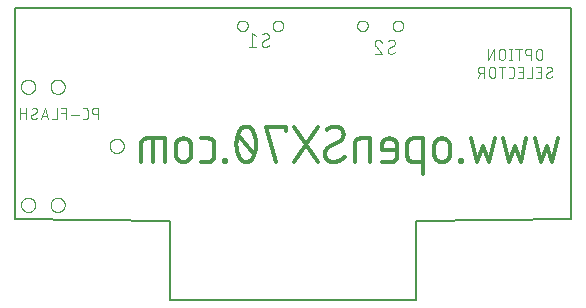
<source format=gbo>
G75*
%MOIN*%
%OFA0B0*%
%FSLAX25Y25*%
%IPPOS*%
%LPD*%
%AMOC8*
5,1,8,0,0,1.08239X$1,22.5*
%
%ADD10C,0.00004*%
%ADD11C,0.00600*%
%ADD12C,0.01200*%
%ADD13C,0.00400*%
%ADD14C,0.00300*%
%ADD15C,0.00000*%
D10*
X0145979Y0027600D02*
X0146391Y0027600D01*
D11*
X0012741Y0028100D02*
X0012741Y0098600D01*
X0198241Y0098600D01*
X0198241Y0028100D01*
X0146391Y0027600D01*
X0146391Y0001300D01*
X0064591Y0001300D01*
X0064591Y0027600D01*
X0012741Y0028100D01*
D12*
X0054776Y0047200D02*
X0054776Y0053100D01*
X0054778Y0053186D01*
X0054783Y0053271D01*
X0054793Y0053357D01*
X0054806Y0053442D01*
X0054823Y0053526D01*
X0054843Y0053609D01*
X0054867Y0053691D01*
X0054895Y0053773D01*
X0054926Y0053853D01*
X0054960Y0053931D01*
X0054998Y0054008D01*
X0055040Y0054084D01*
X0055084Y0054157D01*
X0055132Y0054228D01*
X0055182Y0054297D01*
X0055236Y0054364D01*
X0055293Y0054429D01*
X0055352Y0054491D01*
X0055414Y0054550D01*
X0055479Y0054607D01*
X0055546Y0054661D01*
X0055615Y0054711D01*
X0055686Y0054759D01*
X0055760Y0054803D01*
X0055835Y0054845D01*
X0055912Y0054883D01*
X0055990Y0054917D01*
X0056070Y0054948D01*
X0056152Y0054976D01*
X0056234Y0055000D01*
X0056317Y0055020D01*
X0056401Y0055037D01*
X0056486Y0055050D01*
X0056572Y0055060D01*
X0056657Y0055065D01*
X0056743Y0055067D01*
X0062643Y0055067D01*
X0062643Y0047200D01*
X0058709Y0047200D02*
X0058709Y0055067D01*
X0066361Y0052444D02*
X0066361Y0049822D01*
X0066362Y0049822D02*
X0066364Y0049720D01*
X0066370Y0049619D01*
X0066380Y0049518D01*
X0066393Y0049417D01*
X0066411Y0049317D01*
X0066433Y0049217D01*
X0066458Y0049119D01*
X0066487Y0049021D01*
X0066520Y0048925D01*
X0066557Y0048830D01*
X0066597Y0048737D01*
X0066641Y0048645D01*
X0066688Y0048555D01*
X0066739Y0048467D01*
X0066793Y0048381D01*
X0066851Y0048297D01*
X0066912Y0048216D01*
X0066975Y0048137D01*
X0067042Y0048060D01*
X0067112Y0047986D01*
X0067185Y0047915D01*
X0067260Y0047846D01*
X0067338Y0047781D01*
X0067418Y0047719D01*
X0067501Y0047660D01*
X0067586Y0047604D01*
X0067673Y0047551D01*
X0067762Y0047502D01*
X0067853Y0047457D01*
X0067945Y0047414D01*
X0068040Y0047376D01*
X0068135Y0047341D01*
X0068232Y0047310D01*
X0068330Y0047283D01*
X0068429Y0047259D01*
X0068529Y0047240D01*
X0068629Y0047224D01*
X0068730Y0047212D01*
X0068832Y0047204D01*
X0068933Y0047200D01*
X0069035Y0047200D01*
X0069136Y0047204D01*
X0069238Y0047212D01*
X0069339Y0047224D01*
X0069439Y0047240D01*
X0069539Y0047259D01*
X0069638Y0047283D01*
X0069736Y0047310D01*
X0069833Y0047341D01*
X0069928Y0047376D01*
X0070023Y0047414D01*
X0070115Y0047457D01*
X0070206Y0047502D01*
X0070295Y0047551D01*
X0070382Y0047604D01*
X0070467Y0047660D01*
X0070550Y0047719D01*
X0070630Y0047781D01*
X0070708Y0047846D01*
X0070783Y0047915D01*
X0070856Y0047986D01*
X0070926Y0048060D01*
X0070993Y0048137D01*
X0071056Y0048216D01*
X0071117Y0048297D01*
X0071175Y0048381D01*
X0071229Y0048467D01*
X0071280Y0048555D01*
X0071327Y0048645D01*
X0071371Y0048737D01*
X0071411Y0048830D01*
X0071448Y0048925D01*
X0071481Y0049021D01*
X0071510Y0049119D01*
X0071535Y0049217D01*
X0071557Y0049317D01*
X0071575Y0049417D01*
X0071588Y0049518D01*
X0071598Y0049619D01*
X0071604Y0049720D01*
X0071606Y0049822D01*
X0071606Y0052444D01*
X0071604Y0052546D01*
X0071598Y0052647D01*
X0071588Y0052748D01*
X0071575Y0052849D01*
X0071557Y0052949D01*
X0071535Y0053049D01*
X0071510Y0053147D01*
X0071481Y0053245D01*
X0071448Y0053341D01*
X0071411Y0053436D01*
X0071371Y0053529D01*
X0071327Y0053621D01*
X0071280Y0053711D01*
X0071229Y0053799D01*
X0071175Y0053885D01*
X0071117Y0053969D01*
X0071056Y0054050D01*
X0070993Y0054129D01*
X0070926Y0054206D01*
X0070856Y0054280D01*
X0070783Y0054351D01*
X0070708Y0054420D01*
X0070630Y0054485D01*
X0070550Y0054547D01*
X0070467Y0054606D01*
X0070382Y0054662D01*
X0070295Y0054715D01*
X0070206Y0054764D01*
X0070115Y0054809D01*
X0070023Y0054852D01*
X0069928Y0054890D01*
X0069833Y0054925D01*
X0069736Y0054956D01*
X0069638Y0054983D01*
X0069539Y0055007D01*
X0069439Y0055026D01*
X0069339Y0055042D01*
X0069238Y0055054D01*
X0069136Y0055062D01*
X0069035Y0055066D01*
X0068933Y0055066D01*
X0068832Y0055062D01*
X0068730Y0055054D01*
X0068629Y0055042D01*
X0068529Y0055026D01*
X0068429Y0055007D01*
X0068330Y0054983D01*
X0068232Y0054956D01*
X0068135Y0054925D01*
X0068040Y0054890D01*
X0067945Y0054852D01*
X0067853Y0054809D01*
X0067762Y0054764D01*
X0067673Y0054715D01*
X0067586Y0054662D01*
X0067501Y0054606D01*
X0067418Y0054547D01*
X0067338Y0054485D01*
X0067260Y0054420D01*
X0067185Y0054351D01*
X0067112Y0054280D01*
X0067042Y0054206D01*
X0066975Y0054129D01*
X0066912Y0054050D01*
X0066851Y0053969D01*
X0066793Y0053885D01*
X0066739Y0053799D01*
X0066688Y0053711D01*
X0066641Y0053621D01*
X0066597Y0053529D01*
X0066557Y0053436D01*
X0066520Y0053341D01*
X0066487Y0053245D01*
X0066458Y0053147D01*
X0066433Y0053049D01*
X0066411Y0052949D01*
X0066393Y0052849D01*
X0066380Y0052748D01*
X0066370Y0052647D01*
X0066364Y0052546D01*
X0066362Y0052444D01*
X0074639Y0055067D02*
X0077261Y0055067D01*
X0077347Y0055065D01*
X0077432Y0055060D01*
X0077518Y0055050D01*
X0077603Y0055037D01*
X0077687Y0055020D01*
X0077770Y0055000D01*
X0077852Y0054976D01*
X0077934Y0054948D01*
X0078014Y0054917D01*
X0078092Y0054883D01*
X0078169Y0054845D01*
X0078245Y0054803D01*
X0078318Y0054759D01*
X0078389Y0054711D01*
X0078458Y0054661D01*
X0078525Y0054607D01*
X0078590Y0054550D01*
X0078652Y0054491D01*
X0078711Y0054429D01*
X0078768Y0054364D01*
X0078822Y0054297D01*
X0078872Y0054228D01*
X0078920Y0054157D01*
X0078964Y0054084D01*
X0079006Y0054008D01*
X0079044Y0053931D01*
X0079078Y0053853D01*
X0079109Y0053773D01*
X0079137Y0053691D01*
X0079161Y0053609D01*
X0079181Y0053526D01*
X0079198Y0053442D01*
X0079211Y0053357D01*
X0079221Y0053271D01*
X0079226Y0053186D01*
X0079228Y0053100D01*
X0079227Y0053100D02*
X0079227Y0049167D01*
X0079228Y0049167D02*
X0079226Y0049081D01*
X0079221Y0048996D01*
X0079211Y0048910D01*
X0079198Y0048825D01*
X0079181Y0048741D01*
X0079161Y0048658D01*
X0079137Y0048576D01*
X0079109Y0048494D01*
X0079078Y0048414D01*
X0079044Y0048336D01*
X0079006Y0048259D01*
X0078964Y0048184D01*
X0078920Y0048110D01*
X0078872Y0048039D01*
X0078822Y0047970D01*
X0078768Y0047903D01*
X0078711Y0047838D01*
X0078652Y0047776D01*
X0078590Y0047717D01*
X0078525Y0047660D01*
X0078458Y0047606D01*
X0078389Y0047556D01*
X0078318Y0047508D01*
X0078245Y0047464D01*
X0078169Y0047422D01*
X0078092Y0047384D01*
X0078014Y0047350D01*
X0077934Y0047319D01*
X0077852Y0047291D01*
X0077770Y0047267D01*
X0077687Y0047247D01*
X0077603Y0047230D01*
X0077518Y0047217D01*
X0077432Y0047207D01*
X0077347Y0047202D01*
X0077261Y0047200D01*
X0074639Y0047200D01*
X0082576Y0047200D02*
X0083232Y0047200D01*
X0083232Y0047856D01*
X0082576Y0047856D01*
X0082576Y0047200D01*
X0089864Y0047200D02*
X0089961Y0047202D01*
X0090058Y0047208D01*
X0090155Y0047217D01*
X0090251Y0047231D01*
X0090346Y0047248D01*
X0090441Y0047270D01*
X0090535Y0047295D01*
X0090627Y0047323D01*
X0090719Y0047356D01*
X0090809Y0047392D01*
X0090898Y0047431D01*
X0090985Y0047474D01*
X0091070Y0047521D01*
X0091153Y0047571D01*
X0091234Y0047624D01*
X0091313Y0047680D01*
X0091390Y0047740D01*
X0091464Y0047803D01*
X0091536Y0047868D01*
X0091605Y0047936D01*
X0091671Y0048007D01*
X0091734Y0048081D01*
X0091795Y0048157D01*
X0091852Y0048235D01*
X0091906Y0048316D01*
X0091957Y0048399D01*
X0092004Y0048483D01*
X0092048Y0048570D01*
X0092089Y0048658D01*
X0092126Y0048748D01*
X0092159Y0048839D01*
X0092486Y0049822D02*
X0087242Y0056378D01*
X0087569Y0057361D02*
X0087602Y0057452D01*
X0087639Y0057542D01*
X0087680Y0057630D01*
X0087724Y0057717D01*
X0087771Y0057801D01*
X0087822Y0057884D01*
X0087876Y0057965D01*
X0087933Y0058043D01*
X0087994Y0058119D01*
X0088057Y0058193D01*
X0088123Y0058264D01*
X0088192Y0058332D01*
X0088264Y0058397D01*
X0088338Y0058460D01*
X0088415Y0058520D01*
X0088494Y0058576D01*
X0088575Y0058629D01*
X0088658Y0058679D01*
X0088743Y0058726D01*
X0088830Y0058769D01*
X0088919Y0058808D01*
X0089009Y0058844D01*
X0089101Y0058877D01*
X0089193Y0058905D01*
X0089287Y0058930D01*
X0089382Y0058952D01*
X0089477Y0058969D01*
X0089573Y0058983D01*
X0089670Y0058992D01*
X0089767Y0058998D01*
X0089864Y0059000D01*
X0089961Y0058998D01*
X0090058Y0058992D01*
X0090155Y0058983D01*
X0090251Y0058969D01*
X0090346Y0058952D01*
X0090441Y0058930D01*
X0090535Y0058905D01*
X0090627Y0058877D01*
X0090719Y0058844D01*
X0090809Y0058808D01*
X0090898Y0058769D01*
X0090985Y0058726D01*
X0091070Y0058679D01*
X0091153Y0058629D01*
X0091234Y0058576D01*
X0091313Y0058520D01*
X0091390Y0058460D01*
X0091464Y0058397D01*
X0091536Y0058332D01*
X0091605Y0058264D01*
X0091671Y0058193D01*
X0091734Y0058119D01*
X0091795Y0058043D01*
X0091852Y0057965D01*
X0091906Y0057884D01*
X0091957Y0057801D01*
X0092004Y0057717D01*
X0092048Y0057630D01*
X0092089Y0057542D01*
X0092126Y0057452D01*
X0092159Y0057361D01*
X0096529Y0059000D02*
X0099807Y0047200D01*
X0105817Y0047200D02*
X0113683Y0059000D01*
X0121000Y0054084D02*
X0121087Y0054137D01*
X0121172Y0054194D01*
X0121255Y0054255D01*
X0121336Y0054318D01*
X0121413Y0054384D01*
X0121489Y0054454D01*
X0121561Y0054526D01*
X0121631Y0054601D01*
X0121698Y0054678D01*
X0121762Y0054758D01*
X0121823Y0054841D01*
X0121880Y0054926D01*
X0121934Y0055013D01*
X0121985Y0055101D01*
X0122032Y0055192D01*
X0122076Y0055285D01*
X0122117Y0055379D01*
X0122153Y0055475D01*
X0122186Y0055572D01*
X0122215Y0055670D01*
X0122240Y0055769D01*
X0122262Y0055869D01*
X0122280Y0055970D01*
X0122293Y0056071D01*
X0122303Y0056173D01*
X0122309Y0056276D01*
X0122311Y0056378D01*
X0122309Y0056478D01*
X0122303Y0056579D01*
X0122294Y0056679D01*
X0122280Y0056778D01*
X0122263Y0056877D01*
X0122242Y0056975D01*
X0122217Y0057073D01*
X0122189Y0057169D01*
X0122157Y0057264D01*
X0122121Y0057358D01*
X0122082Y0057451D01*
X0122039Y0057541D01*
X0121992Y0057631D01*
X0121943Y0057718D01*
X0121890Y0057803D01*
X0121834Y0057886D01*
X0121774Y0057968D01*
X0121712Y0058046D01*
X0121646Y0058122D01*
X0121578Y0058196D01*
X0121507Y0058267D01*
X0121433Y0058335D01*
X0121357Y0058401D01*
X0121279Y0058463D01*
X0121197Y0058523D01*
X0121114Y0058579D01*
X0121029Y0058632D01*
X0120942Y0058681D01*
X0120852Y0058728D01*
X0120762Y0058771D01*
X0120669Y0058810D01*
X0120575Y0058846D01*
X0120480Y0058878D01*
X0120384Y0058906D01*
X0120286Y0058931D01*
X0120188Y0058952D01*
X0120089Y0058969D01*
X0119990Y0058983D01*
X0119890Y0058992D01*
X0119789Y0058998D01*
X0119689Y0059000D01*
X0127986Y0055067D02*
X0131264Y0055067D01*
X0131264Y0047200D01*
X0134968Y0047200D02*
X0138246Y0047200D01*
X0138332Y0047202D01*
X0138417Y0047207D01*
X0138503Y0047217D01*
X0138588Y0047230D01*
X0138672Y0047247D01*
X0138755Y0047267D01*
X0138837Y0047291D01*
X0138919Y0047319D01*
X0138999Y0047350D01*
X0139077Y0047384D01*
X0139154Y0047422D01*
X0139230Y0047464D01*
X0139303Y0047508D01*
X0139374Y0047556D01*
X0139443Y0047606D01*
X0139510Y0047660D01*
X0139575Y0047717D01*
X0139637Y0047776D01*
X0139696Y0047838D01*
X0139753Y0047903D01*
X0139807Y0047970D01*
X0139857Y0048039D01*
X0139905Y0048110D01*
X0139949Y0048184D01*
X0139991Y0048259D01*
X0140029Y0048336D01*
X0140063Y0048414D01*
X0140094Y0048494D01*
X0140122Y0048576D01*
X0140146Y0048658D01*
X0140166Y0048741D01*
X0140183Y0048825D01*
X0140196Y0048910D01*
X0140206Y0048996D01*
X0140211Y0049081D01*
X0140213Y0049167D01*
X0140213Y0052444D01*
X0140211Y0052546D01*
X0140205Y0052647D01*
X0140195Y0052748D01*
X0140182Y0052849D01*
X0140164Y0052949D01*
X0140142Y0053049D01*
X0140117Y0053147D01*
X0140088Y0053245D01*
X0140055Y0053341D01*
X0140018Y0053436D01*
X0139978Y0053529D01*
X0139934Y0053621D01*
X0139887Y0053711D01*
X0139836Y0053799D01*
X0139782Y0053885D01*
X0139724Y0053969D01*
X0139663Y0054050D01*
X0139600Y0054129D01*
X0139533Y0054206D01*
X0139463Y0054280D01*
X0139390Y0054351D01*
X0139315Y0054420D01*
X0139237Y0054485D01*
X0139157Y0054547D01*
X0139074Y0054606D01*
X0138989Y0054662D01*
X0138902Y0054715D01*
X0138813Y0054764D01*
X0138722Y0054809D01*
X0138630Y0054852D01*
X0138535Y0054890D01*
X0138440Y0054925D01*
X0138343Y0054956D01*
X0138245Y0054983D01*
X0138146Y0055007D01*
X0138046Y0055026D01*
X0137946Y0055042D01*
X0137845Y0055054D01*
X0137743Y0055062D01*
X0137642Y0055066D01*
X0137540Y0055066D01*
X0137439Y0055062D01*
X0137337Y0055054D01*
X0137236Y0055042D01*
X0137136Y0055026D01*
X0137036Y0055007D01*
X0136937Y0054983D01*
X0136839Y0054956D01*
X0136742Y0054925D01*
X0136647Y0054890D01*
X0136552Y0054852D01*
X0136460Y0054809D01*
X0136369Y0054764D01*
X0136280Y0054715D01*
X0136193Y0054662D01*
X0136108Y0054606D01*
X0136025Y0054547D01*
X0135945Y0054485D01*
X0135867Y0054420D01*
X0135792Y0054351D01*
X0135719Y0054280D01*
X0135649Y0054206D01*
X0135582Y0054129D01*
X0135519Y0054050D01*
X0135458Y0053969D01*
X0135400Y0053885D01*
X0135346Y0053799D01*
X0135295Y0053711D01*
X0135248Y0053621D01*
X0135204Y0053529D01*
X0135164Y0053436D01*
X0135127Y0053341D01*
X0135094Y0053245D01*
X0135065Y0053147D01*
X0135040Y0053049D01*
X0135018Y0052949D01*
X0135000Y0052849D01*
X0134987Y0052748D01*
X0134977Y0052647D01*
X0134971Y0052546D01*
X0134969Y0052444D01*
X0134968Y0052444D02*
X0134968Y0051133D01*
X0140213Y0051133D01*
X0143582Y0049167D02*
X0143582Y0053100D01*
X0143581Y0053100D02*
X0143583Y0053188D01*
X0143589Y0053276D01*
X0143599Y0053364D01*
X0143613Y0053451D01*
X0143630Y0053538D01*
X0143652Y0053623D01*
X0143677Y0053708D01*
X0143706Y0053791D01*
X0143739Y0053873D01*
X0143776Y0053953D01*
X0143816Y0054032D01*
X0143859Y0054109D01*
X0143906Y0054184D01*
X0143957Y0054256D01*
X0144010Y0054326D01*
X0144067Y0054394D01*
X0144126Y0054459D01*
X0144189Y0054522D01*
X0144254Y0054581D01*
X0144322Y0054638D01*
X0144392Y0054691D01*
X0144464Y0054742D01*
X0144539Y0054789D01*
X0144616Y0054832D01*
X0144695Y0054872D01*
X0144775Y0054909D01*
X0144857Y0054942D01*
X0144940Y0054971D01*
X0145025Y0054996D01*
X0145110Y0055018D01*
X0145197Y0055035D01*
X0145284Y0055049D01*
X0145372Y0055059D01*
X0145460Y0055065D01*
X0145548Y0055067D01*
X0148826Y0055067D01*
X0148826Y0043267D01*
X0148826Y0047200D02*
X0145548Y0047200D01*
X0145462Y0047202D01*
X0145377Y0047207D01*
X0145291Y0047217D01*
X0145206Y0047230D01*
X0145122Y0047247D01*
X0145039Y0047267D01*
X0144957Y0047291D01*
X0144875Y0047319D01*
X0144795Y0047350D01*
X0144717Y0047384D01*
X0144640Y0047422D01*
X0144565Y0047464D01*
X0144491Y0047508D01*
X0144420Y0047556D01*
X0144351Y0047606D01*
X0144284Y0047660D01*
X0144219Y0047717D01*
X0144157Y0047776D01*
X0144098Y0047838D01*
X0144041Y0047903D01*
X0143987Y0047970D01*
X0143937Y0048039D01*
X0143889Y0048110D01*
X0143845Y0048183D01*
X0143803Y0048259D01*
X0143765Y0048336D01*
X0143731Y0048414D01*
X0143700Y0048494D01*
X0143672Y0048576D01*
X0143648Y0048658D01*
X0143628Y0048741D01*
X0143611Y0048825D01*
X0143598Y0048910D01*
X0143588Y0048996D01*
X0143583Y0049081D01*
X0143581Y0049167D01*
X0152534Y0049822D02*
X0152534Y0052444D01*
X0152535Y0052444D02*
X0152537Y0052546D01*
X0152543Y0052647D01*
X0152553Y0052748D01*
X0152566Y0052849D01*
X0152584Y0052949D01*
X0152606Y0053049D01*
X0152631Y0053147D01*
X0152660Y0053245D01*
X0152693Y0053341D01*
X0152730Y0053436D01*
X0152770Y0053529D01*
X0152814Y0053621D01*
X0152861Y0053711D01*
X0152912Y0053799D01*
X0152966Y0053885D01*
X0153024Y0053969D01*
X0153085Y0054050D01*
X0153148Y0054129D01*
X0153215Y0054206D01*
X0153285Y0054280D01*
X0153358Y0054351D01*
X0153433Y0054420D01*
X0153511Y0054485D01*
X0153591Y0054547D01*
X0153674Y0054606D01*
X0153759Y0054662D01*
X0153846Y0054715D01*
X0153935Y0054764D01*
X0154026Y0054809D01*
X0154118Y0054852D01*
X0154213Y0054890D01*
X0154308Y0054925D01*
X0154405Y0054956D01*
X0154503Y0054983D01*
X0154602Y0055007D01*
X0154702Y0055026D01*
X0154802Y0055042D01*
X0154903Y0055054D01*
X0155005Y0055062D01*
X0155106Y0055066D01*
X0155208Y0055066D01*
X0155309Y0055062D01*
X0155411Y0055054D01*
X0155512Y0055042D01*
X0155612Y0055026D01*
X0155712Y0055007D01*
X0155811Y0054983D01*
X0155909Y0054956D01*
X0156006Y0054925D01*
X0156101Y0054890D01*
X0156196Y0054852D01*
X0156288Y0054809D01*
X0156379Y0054764D01*
X0156468Y0054715D01*
X0156555Y0054662D01*
X0156640Y0054606D01*
X0156723Y0054547D01*
X0156803Y0054485D01*
X0156881Y0054420D01*
X0156956Y0054351D01*
X0157029Y0054280D01*
X0157099Y0054206D01*
X0157166Y0054129D01*
X0157229Y0054050D01*
X0157290Y0053969D01*
X0157348Y0053885D01*
X0157402Y0053799D01*
X0157453Y0053711D01*
X0157500Y0053621D01*
X0157544Y0053529D01*
X0157584Y0053436D01*
X0157621Y0053341D01*
X0157654Y0053245D01*
X0157683Y0053147D01*
X0157708Y0053049D01*
X0157730Y0052949D01*
X0157748Y0052849D01*
X0157761Y0052748D01*
X0157771Y0052647D01*
X0157777Y0052546D01*
X0157779Y0052444D01*
X0157779Y0049822D01*
X0157777Y0049720D01*
X0157771Y0049619D01*
X0157761Y0049518D01*
X0157748Y0049417D01*
X0157730Y0049317D01*
X0157708Y0049217D01*
X0157683Y0049119D01*
X0157654Y0049021D01*
X0157621Y0048925D01*
X0157584Y0048830D01*
X0157544Y0048737D01*
X0157500Y0048645D01*
X0157453Y0048555D01*
X0157402Y0048467D01*
X0157348Y0048381D01*
X0157290Y0048297D01*
X0157229Y0048216D01*
X0157166Y0048137D01*
X0157099Y0048060D01*
X0157029Y0047986D01*
X0156956Y0047915D01*
X0156881Y0047846D01*
X0156803Y0047781D01*
X0156723Y0047719D01*
X0156640Y0047660D01*
X0156555Y0047604D01*
X0156468Y0047551D01*
X0156379Y0047502D01*
X0156288Y0047457D01*
X0156196Y0047414D01*
X0156101Y0047376D01*
X0156006Y0047341D01*
X0155909Y0047310D01*
X0155811Y0047283D01*
X0155712Y0047259D01*
X0155612Y0047240D01*
X0155512Y0047224D01*
X0155411Y0047212D01*
X0155309Y0047204D01*
X0155208Y0047200D01*
X0155106Y0047200D01*
X0155005Y0047204D01*
X0154903Y0047212D01*
X0154802Y0047224D01*
X0154702Y0047240D01*
X0154602Y0047259D01*
X0154503Y0047283D01*
X0154405Y0047310D01*
X0154308Y0047341D01*
X0154213Y0047376D01*
X0154118Y0047414D01*
X0154026Y0047457D01*
X0153935Y0047502D01*
X0153846Y0047551D01*
X0153759Y0047604D01*
X0153674Y0047660D01*
X0153591Y0047719D01*
X0153511Y0047781D01*
X0153433Y0047846D01*
X0153358Y0047915D01*
X0153285Y0047986D01*
X0153215Y0048060D01*
X0153148Y0048137D01*
X0153085Y0048216D01*
X0153024Y0048297D01*
X0152966Y0048381D01*
X0152912Y0048467D01*
X0152861Y0048555D01*
X0152814Y0048645D01*
X0152770Y0048737D01*
X0152730Y0048830D01*
X0152693Y0048925D01*
X0152660Y0049021D01*
X0152631Y0049119D01*
X0152606Y0049217D01*
X0152584Y0049317D01*
X0152566Y0049417D01*
X0152553Y0049518D01*
X0152543Y0049619D01*
X0152537Y0049720D01*
X0152535Y0049822D01*
X0161126Y0047856D02*
X0161126Y0047200D01*
X0161782Y0047200D01*
X0161782Y0047856D01*
X0161126Y0047856D01*
X0166779Y0047200D02*
X0164812Y0055067D01*
X0168745Y0052444D02*
X0166779Y0047200D01*
X0170712Y0047200D02*
X0168745Y0052444D01*
X0172679Y0055067D02*
X0170712Y0047200D01*
X0177385Y0047200D02*
X0175418Y0055067D01*
X0179351Y0052444D02*
X0177385Y0047200D01*
X0181318Y0047200D02*
X0179351Y0052444D01*
X0183285Y0055067D02*
X0181318Y0047200D01*
X0187991Y0047200D02*
X0186024Y0055067D01*
X0189957Y0052444D02*
X0187991Y0047200D01*
X0191924Y0047200D02*
X0189957Y0052444D01*
X0193891Y0055067D02*
X0191924Y0047200D01*
X0127986Y0055067D02*
X0127898Y0055065D01*
X0127810Y0055059D01*
X0127722Y0055049D01*
X0127635Y0055035D01*
X0127548Y0055018D01*
X0127463Y0054996D01*
X0127378Y0054971D01*
X0127295Y0054942D01*
X0127213Y0054909D01*
X0127133Y0054872D01*
X0127054Y0054832D01*
X0126977Y0054789D01*
X0126902Y0054742D01*
X0126830Y0054691D01*
X0126760Y0054638D01*
X0126692Y0054581D01*
X0126627Y0054522D01*
X0126564Y0054459D01*
X0126505Y0054394D01*
X0126448Y0054326D01*
X0126395Y0054256D01*
X0126344Y0054184D01*
X0126297Y0054109D01*
X0126254Y0054032D01*
X0126214Y0053953D01*
X0126177Y0053873D01*
X0126144Y0053791D01*
X0126115Y0053708D01*
X0126090Y0053623D01*
X0126068Y0053538D01*
X0126051Y0053451D01*
X0126037Y0053364D01*
X0126027Y0053276D01*
X0126021Y0053188D01*
X0126019Y0053100D01*
X0126020Y0053100D02*
X0126020Y0047200D01*
X0117395Y0052116D02*
X0117308Y0052063D01*
X0117223Y0052006D01*
X0117140Y0051945D01*
X0117059Y0051882D01*
X0116982Y0051816D01*
X0116906Y0051746D01*
X0116834Y0051674D01*
X0116764Y0051599D01*
X0116697Y0051522D01*
X0116633Y0051442D01*
X0116572Y0051359D01*
X0116515Y0051274D01*
X0116461Y0051187D01*
X0116410Y0051099D01*
X0116363Y0051008D01*
X0116319Y0050915D01*
X0116278Y0050821D01*
X0116242Y0050725D01*
X0116209Y0050628D01*
X0116180Y0050530D01*
X0116155Y0050431D01*
X0116133Y0050331D01*
X0116115Y0050230D01*
X0116102Y0050129D01*
X0116092Y0050027D01*
X0116086Y0049924D01*
X0116084Y0049822D01*
X0116086Y0049722D01*
X0116092Y0049621D01*
X0116101Y0049521D01*
X0116115Y0049422D01*
X0116132Y0049323D01*
X0116153Y0049225D01*
X0116178Y0049127D01*
X0116206Y0049031D01*
X0116238Y0048936D01*
X0116274Y0048842D01*
X0116313Y0048749D01*
X0116356Y0048659D01*
X0116403Y0048569D01*
X0116452Y0048482D01*
X0116505Y0048397D01*
X0116561Y0048314D01*
X0116621Y0048232D01*
X0116683Y0048154D01*
X0116749Y0048078D01*
X0116817Y0048004D01*
X0116888Y0047933D01*
X0116962Y0047865D01*
X0117038Y0047799D01*
X0117116Y0047737D01*
X0117198Y0047677D01*
X0117281Y0047621D01*
X0117366Y0047568D01*
X0117453Y0047519D01*
X0117543Y0047472D01*
X0117633Y0047429D01*
X0117726Y0047390D01*
X0117820Y0047354D01*
X0117915Y0047322D01*
X0118011Y0047294D01*
X0118109Y0047269D01*
X0118207Y0047248D01*
X0118306Y0047231D01*
X0118405Y0047217D01*
X0118505Y0047208D01*
X0118606Y0047202D01*
X0118706Y0047200D01*
X0113683Y0047200D02*
X0105817Y0059000D01*
X0103085Y0059000D02*
X0103085Y0057689D01*
X0103085Y0059000D02*
X0096529Y0059000D01*
X0086586Y0053100D02*
X0086589Y0052868D01*
X0086597Y0052636D01*
X0086611Y0052404D01*
X0086630Y0052173D01*
X0086655Y0051942D01*
X0086686Y0051712D01*
X0086721Y0051483D01*
X0086763Y0051254D01*
X0086810Y0051027D01*
X0086862Y0050801D01*
X0086919Y0050576D01*
X0086982Y0050352D01*
X0087051Y0050130D01*
X0087124Y0049910D01*
X0087203Y0049692D01*
X0087287Y0049475D01*
X0087376Y0049261D01*
X0087470Y0049049D01*
X0087569Y0048839D01*
X0087602Y0048748D01*
X0087639Y0048658D01*
X0087680Y0048570D01*
X0087724Y0048483D01*
X0087771Y0048399D01*
X0087822Y0048316D01*
X0087876Y0048235D01*
X0087933Y0048157D01*
X0087994Y0048081D01*
X0088057Y0048007D01*
X0088123Y0047936D01*
X0088192Y0047868D01*
X0088264Y0047803D01*
X0088338Y0047740D01*
X0088415Y0047680D01*
X0088494Y0047624D01*
X0088575Y0047571D01*
X0088658Y0047521D01*
X0088743Y0047474D01*
X0088830Y0047431D01*
X0088919Y0047392D01*
X0089009Y0047356D01*
X0089101Y0047323D01*
X0089193Y0047295D01*
X0089287Y0047270D01*
X0089382Y0047248D01*
X0089477Y0047231D01*
X0089573Y0047217D01*
X0089670Y0047208D01*
X0089767Y0047202D01*
X0089864Y0047200D01*
X0093142Y0053100D02*
X0093139Y0053332D01*
X0093131Y0053564D01*
X0093117Y0053796D01*
X0093098Y0054027D01*
X0093073Y0054258D01*
X0093042Y0054488D01*
X0093007Y0054717D01*
X0092965Y0054946D01*
X0092918Y0055173D01*
X0092866Y0055399D01*
X0092809Y0055624D01*
X0092746Y0055848D01*
X0092677Y0056070D01*
X0092604Y0056290D01*
X0092525Y0056508D01*
X0092441Y0056725D01*
X0092352Y0056939D01*
X0092258Y0057151D01*
X0092159Y0057361D01*
X0087569Y0057361D02*
X0087470Y0057151D01*
X0087376Y0056939D01*
X0087287Y0056725D01*
X0087203Y0056508D01*
X0087124Y0056290D01*
X0087051Y0056070D01*
X0086982Y0055848D01*
X0086919Y0055624D01*
X0086862Y0055399D01*
X0086810Y0055173D01*
X0086763Y0054946D01*
X0086721Y0054717D01*
X0086686Y0054488D01*
X0086655Y0054258D01*
X0086630Y0054027D01*
X0086611Y0053796D01*
X0086597Y0053564D01*
X0086589Y0053332D01*
X0086586Y0053100D01*
X0093142Y0053100D02*
X0093139Y0052868D01*
X0093131Y0052636D01*
X0093117Y0052404D01*
X0093098Y0052173D01*
X0093073Y0051942D01*
X0093042Y0051712D01*
X0093007Y0051483D01*
X0092965Y0051254D01*
X0092918Y0051027D01*
X0092866Y0050801D01*
X0092809Y0050576D01*
X0092746Y0050352D01*
X0092677Y0050130D01*
X0092604Y0049910D01*
X0092525Y0049692D01*
X0092441Y0049475D01*
X0092352Y0049261D01*
X0092258Y0049049D01*
X0092159Y0048839D01*
X0117395Y0052117D02*
X0121001Y0054083D01*
X0119689Y0059000D02*
X0119551Y0058998D01*
X0119414Y0058992D01*
X0119277Y0058983D01*
X0119140Y0058969D01*
X0119003Y0058952D01*
X0118867Y0058931D01*
X0118732Y0058906D01*
X0118598Y0058877D01*
X0118464Y0058845D01*
X0118331Y0058809D01*
X0118200Y0058769D01*
X0118069Y0058725D01*
X0117940Y0058678D01*
X0117812Y0058628D01*
X0117685Y0058573D01*
X0117561Y0058515D01*
X0117437Y0058454D01*
X0117316Y0058390D01*
X0117197Y0058321D01*
X0117079Y0058250D01*
X0116963Y0058175D01*
X0116850Y0058098D01*
X0116739Y0058017D01*
X0122639Y0048839D02*
X0122535Y0048737D01*
X0122428Y0048637D01*
X0122319Y0048541D01*
X0122207Y0048447D01*
X0122093Y0048356D01*
X0121977Y0048269D01*
X0121858Y0048184D01*
X0121737Y0048103D01*
X0121614Y0048025D01*
X0121489Y0047950D01*
X0121362Y0047878D01*
X0121233Y0047810D01*
X0121102Y0047745D01*
X0120970Y0047684D01*
X0120836Y0047626D01*
X0120701Y0047572D01*
X0120564Y0047521D01*
X0120426Y0047474D01*
X0120287Y0047431D01*
X0120147Y0047391D01*
X0120006Y0047355D01*
X0119864Y0047322D01*
X0119721Y0047294D01*
X0119577Y0047269D01*
X0119433Y0047248D01*
X0119288Y0047231D01*
X0119143Y0047217D01*
X0118997Y0047208D01*
X0118852Y0047202D01*
X0118706Y0047200D01*
D13*
X0132635Y0083300D02*
X0135191Y0083300D01*
X0133018Y0085856D01*
X0133785Y0087900D02*
X0133859Y0087898D01*
X0133933Y0087893D01*
X0134007Y0087883D01*
X0134080Y0087870D01*
X0134153Y0087854D01*
X0134224Y0087833D01*
X0134294Y0087809D01*
X0134363Y0087782D01*
X0134431Y0087751D01*
X0134497Y0087717D01*
X0134561Y0087680D01*
X0134623Y0087639D01*
X0134684Y0087595D01*
X0134741Y0087549D01*
X0134797Y0087499D01*
X0134850Y0087447D01*
X0134900Y0087392D01*
X0134947Y0087335D01*
X0134991Y0087275D01*
X0135033Y0087213D01*
X0135071Y0087150D01*
X0135106Y0087084D01*
X0135137Y0087017D01*
X0135165Y0086948D01*
X0135190Y0086878D01*
X0133018Y0085856D02*
X0132971Y0085903D01*
X0132927Y0085953D01*
X0132885Y0086005D01*
X0132846Y0086059D01*
X0132811Y0086115D01*
X0132778Y0086173D01*
X0132748Y0086233D01*
X0132722Y0086294D01*
X0132699Y0086357D01*
X0132680Y0086421D01*
X0132664Y0086485D01*
X0132651Y0086551D01*
X0132642Y0086617D01*
X0132637Y0086683D01*
X0132635Y0086750D01*
X0132637Y0086817D01*
X0132643Y0086884D01*
X0132652Y0086950D01*
X0132666Y0087015D01*
X0132683Y0087080D01*
X0132704Y0087143D01*
X0132729Y0087205D01*
X0132757Y0087266D01*
X0132789Y0087325D01*
X0132824Y0087382D01*
X0132863Y0087437D01*
X0132904Y0087489D01*
X0132949Y0087539D01*
X0132996Y0087586D01*
X0133046Y0087631D01*
X0133098Y0087672D01*
X0133153Y0087711D01*
X0133210Y0087746D01*
X0133269Y0087778D01*
X0133330Y0087806D01*
X0133392Y0087831D01*
X0133455Y0087852D01*
X0133520Y0087869D01*
X0133585Y0087883D01*
X0133651Y0087892D01*
X0133718Y0087898D01*
X0133785Y0087900D01*
X0137496Y0085217D02*
X0138902Y0085983D01*
X0138391Y0087900D02*
X0138309Y0087898D01*
X0138227Y0087893D01*
X0138145Y0087884D01*
X0138064Y0087872D01*
X0137983Y0087856D01*
X0137903Y0087837D01*
X0137824Y0087814D01*
X0137746Y0087788D01*
X0137669Y0087759D01*
X0137594Y0087726D01*
X0137520Y0087690D01*
X0137447Y0087652D01*
X0137376Y0087610D01*
X0137308Y0087565D01*
X0137241Y0087517D01*
X0138902Y0085984D02*
X0138956Y0086018D01*
X0139007Y0086055D01*
X0139056Y0086095D01*
X0139103Y0086138D01*
X0139146Y0086184D01*
X0139187Y0086232D01*
X0139225Y0086283D01*
X0139260Y0086336D01*
X0139292Y0086391D01*
X0139320Y0086448D01*
X0139344Y0086506D01*
X0139365Y0086566D01*
X0139382Y0086627D01*
X0139396Y0086689D01*
X0139405Y0086752D01*
X0139411Y0086815D01*
X0139413Y0086878D01*
X0139411Y0086940D01*
X0139406Y0087001D01*
X0139396Y0087062D01*
X0139383Y0087123D01*
X0139367Y0087182D01*
X0139347Y0087240D01*
X0139323Y0087297D01*
X0139296Y0087353D01*
X0139266Y0087407D01*
X0139232Y0087459D01*
X0139196Y0087508D01*
X0139156Y0087556D01*
X0139114Y0087601D01*
X0139069Y0087643D01*
X0139021Y0087683D01*
X0138972Y0087719D01*
X0138920Y0087753D01*
X0138866Y0087783D01*
X0138810Y0087810D01*
X0138753Y0087834D01*
X0138695Y0087854D01*
X0138636Y0087870D01*
X0138575Y0087883D01*
X0138514Y0087893D01*
X0138453Y0087898D01*
X0138391Y0087900D01*
X0139540Y0083939D02*
X0139476Y0083876D01*
X0139409Y0083817D01*
X0139339Y0083760D01*
X0139267Y0083706D01*
X0139193Y0083655D01*
X0139117Y0083607D01*
X0139040Y0083563D01*
X0138960Y0083522D01*
X0138879Y0083484D01*
X0138796Y0083449D01*
X0138712Y0083418D01*
X0138626Y0083391D01*
X0138540Y0083367D01*
X0138452Y0083346D01*
X0138364Y0083330D01*
X0138275Y0083317D01*
X0138186Y0083307D01*
X0138097Y0083302D01*
X0138007Y0083300D01*
X0137945Y0083302D01*
X0137884Y0083307D01*
X0137823Y0083317D01*
X0137762Y0083330D01*
X0137703Y0083346D01*
X0137645Y0083366D01*
X0137588Y0083390D01*
X0137532Y0083417D01*
X0137478Y0083447D01*
X0137426Y0083481D01*
X0137377Y0083517D01*
X0137329Y0083557D01*
X0137284Y0083599D01*
X0137242Y0083644D01*
X0137202Y0083692D01*
X0137166Y0083741D01*
X0137132Y0083793D01*
X0137102Y0083847D01*
X0137075Y0083903D01*
X0137051Y0083960D01*
X0137031Y0084018D01*
X0137015Y0084077D01*
X0137002Y0084138D01*
X0136992Y0084199D01*
X0136987Y0084260D01*
X0136985Y0084322D01*
X0136987Y0084385D01*
X0136993Y0084448D01*
X0137002Y0084511D01*
X0137016Y0084573D01*
X0137033Y0084634D01*
X0137054Y0084694D01*
X0137078Y0084752D01*
X0137106Y0084809D01*
X0137138Y0084864D01*
X0137173Y0084917D01*
X0137211Y0084968D01*
X0137252Y0085016D01*
X0137295Y0085062D01*
X0137342Y0085105D01*
X0137391Y0085145D01*
X0137442Y0085182D01*
X0137496Y0085216D01*
X0096902Y0088233D02*
X0095496Y0087467D01*
X0096007Y0085550D02*
X0096097Y0085552D01*
X0096186Y0085557D01*
X0096275Y0085567D01*
X0096364Y0085580D01*
X0096452Y0085596D01*
X0096540Y0085617D01*
X0096626Y0085641D01*
X0096712Y0085668D01*
X0096796Y0085699D01*
X0096879Y0085734D01*
X0096960Y0085772D01*
X0097040Y0085813D01*
X0097117Y0085857D01*
X0097193Y0085905D01*
X0097267Y0085956D01*
X0097339Y0086010D01*
X0097409Y0086067D01*
X0097476Y0086126D01*
X0097540Y0086189D01*
X0095496Y0087466D02*
X0095442Y0087432D01*
X0095391Y0087395D01*
X0095342Y0087355D01*
X0095295Y0087312D01*
X0095252Y0087266D01*
X0095211Y0087218D01*
X0095173Y0087167D01*
X0095138Y0087114D01*
X0095106Y0087059D01*
X0095078Y0087002D01*
X0095054Y0086944D01*
X0095033Y0086884D01*
X0095016Y0086823D01*
X0095002Y0086761D01*
X0094993Y0086698D01*
X0094987Y0086635D01*
X0094985Y0086572D01*
X0094987Y0086510D01*
X0094992Y0086449D01*
X0095002Y0086388D01*
X0095015Y0086327D01*
X0095031Y0086268D01*
X0095051Y0086210D01*
X0095075Y0086153D01*
X0095102Y0086097D01*
X0095132Y0086043D01*
X0095166Y0085991D01*
X0095202Y0085942D01*
X0095242Y0085894D01*
X0095284Y0085849D01*
X0095329Y0085807D01*
X0095377Y0085767D01*
X0095426Y0085731D01*
X0095478Y0085697D01*
X0095532Y0085667D01*
X0095588Y0085640D01*
X0095645Y0085616D01*
X0095703Y0085596D01*
X0095762Y0085580D01*
X0095823Y0085567D01*
X0095884Y0085557D01*
X0095945Y0085552D01*
X0096007Y0085550D01*
X0093191Y0085550D02*
X0090635Y0085550D01*
X0091913Y0085550D02*
X0091913Y0090150D01*
X0093191Y0089128D01*
X0096902Y0088234D02*
X0096956Y0088268D01*
X0097007Y0088305D01*
X0097056Y0088345D01*
X0097103Y0088388D01*
X0097146Y0088434D01*
X0097187Y0088482D01*
X0097225Y0088533D01*
X0097260Y0088586D01*
X0097292Y0088641D01*
X0097320Y0088698D01*
X0097344Y0088756D01*
X0097365Y0088816D01*
X0097382Y0088877D01*
X0097396Y0088939D01*
X0097405Y0089002D01*
X0097411Y0089065D01*
X0097413Y0089128D01*
X0097411Y0089190D01*
X0097406Y0089251D01*
X0097396Y0089312D01*
X0097383Y0089373D01*
X0097367Y0089432D01*
X0097347Y0089490D01*
X0097323Y0089547D01*
X0097296Y0089603D01*
X0097266Y0089657D01*
X0097232Y0089709D01*
X0097196Y0089758D01*
X0097156Y0089806D01*
X0097114Y0089851D01*
X0097069Y0089893D01*
X0097021Y0089933D01*
X0096972Y0089969D01*
X0096920Y0090003D01*
X0096866Y0090033D01*
X0096810Y0090060D01*
X0096753Y0090084D01*
X0096695Y0090104D01*
X0096636Y0090120D01*
X0096575Y0090133D01*
X0096514Y0090143D01*
X0096453Y0090148D01*
X0096391Y0090150D01*
X0096309Y0090148D01*
X0096227Y0090143D01*
X0096145Y0090134D01*
X0096064Y0090122D01*
X0095983Y0090106D01*
X0095903Y0090087D01*
X0095824Y0090064D01*
X0095746Y0090038D01*
X0095669Y0090009D01*
X0095594Y0089976D01*
X0095520Y0089940D01*
X0095447Y0089902D01*
X0095376Y0089860D01*
X0095308Y0089815D01*
X0095241Y0089767D01*
D14*
X0040432Y0065200D02*
X0040432Y0061500D01*
X0037014Y0062322D02*
X0037014Y0064378D01*
X0037012Y0064434D01*
X0037006Y0064490D01*
X0036997Y0064545D01*
X0036984Y0064600D01*
X0036967Y0064653D01*
X0036946Y0064705D01*
X0036922Y0064756D01*
X0036894Y0064805D01*
X0036864Y0064852D01*
X0036830Y0064897D01*
X0036793Y0064939D01*
X0036753Y0064979D01*
X0036711Y0065016D01*
X0036666Y0065050D01*
X0036619Y0065080D01*
X0036570Y0065108D01*
X0036519Y0065132D01*
X0036467Y0065153D01*
X0036414Y0065170D01*
X0036359Y0065183D01*
X0036304Y0065192D01*
X0036248Y0065198D01*
X0036192Y0065200D01*
X0035370Y0065200D01*
X0033970Y0062939D02*
X0031503Y0062939D01*
X0029797Y0063556D02*
X0028153Y0063556D01*
X0028153Y0065200D02*
X0029797Y0065200D01*
X0029797Y0061500D01*
X0026677Y0061500D02*
X0025033Y0061500D01*
X0023890Y0061500D02*
X0022656Y0065200D01*
X0021423Y0061500D01*
X0021731Y0062425D02*
X0023581Y0062425D01*
X0026677Y0061500D02*
X0026677Y0065200D01*
X0019690Y0063658D02*
X0018560Y0063042D01*
X0018971Y0061500D02*
X0019052Y0061502D01*
X0019132Y0061507D01*
X0019212Y0061517D01*
X0019292Y0061530D01*
X0019371Y0061547D01*
X0019449Y0061567D01*
X0019526Y0061591D01*
X0019602Y0061619D01*
X0019676Y0061650D01*
X0019749Y0061684D01*
X0019820Y0061722D01*
X0019890Y0061763D01*
X0019957Y0061807D01*
X0020023Y0061854D01*
X0020086Y0061905D01*
X0020146Y0061958D01*
X0020204Y0062014D01*
X0018560Y0063041D02*
X0018514Y0063012D01*
X0018471Y0062980D01*
X0018429Y0062946D01*
X0018390Y0062908D01*
X0018353Y0062869D01*
X0018319Y0062827D01*
X0018287Y0062782D01*
X0018259Y0062736D01*
X0018234Y0062688D01*
X0018211Y0062639D01*
X0018193Y0062588D01*
X0018177Y0062536D01*
X0018165Y0062484D01*
X0018156Y0062430D01*
X0018151Y0062376D01*
X0018149Y0062322D01*
X0018151Y0062266D01*
X0018157Y0062210D01*
X0018166Y0062155D01*
X0018179Y0062100D01*
X0018196Y0062047D01*
X0018217Y0061995D01*
X0018241Y0061944D01*
X0018269Y0061895D01*
X0018299Y0061848D01*
X0018333Y0061803D01*
X0018370Y0061761D01*
X0018410Y0061721D01*
X0018452Y0061684D01*
X0018497Y0061650D01*
X0018544Y0061620D01*
X0018593Y0061592D01*
X0018644Y0061568D01*
X0018696Y0061547D01*
X0018749Y0061530D01*
X0018804Y0061517D01*
X0018859Y0061508D01*
X0018915Y0061502D01*
X0018971Y0061500D01*
X0016604Y0061500D02*
X0016604Y0065200D01*
X0014549Y0065200D02*
X0014549Y0061500D01*
X0014549Y0063556D02*
X0016604Y0063556D01*
X0018354Y0064892D02*
X0018416Y0064936D01*
X0018480Y0064977D01*
X0018546Y0065015D01*
X0018615Y0065049D01*
X0018684Y0065081D01*
X0018755Y0065108D01*
X0018828Y0065132D01*
X0018901Y0065153D01*
X0018976Y0065170D01*
X0019051Y0065183D01*
X0019127Y0065192D01*
X0019203Y0065198D01*
X0019279Y0065200D01*
X0019335Y0065198D01*
X0019391Y0065192D01*
X0019446Y0065183D01*
X0019501Y0065170D01*
X0019554Y0065153D01*
X0019606Y0065132D01*
X0019657Y0065108D01*
X0019706Y0065080D01*
X0019753Y0065050D01*
X0019798Y0065016D01*
X0019840Y0064979D01*
X0019880Y0064939D01*
X0019917Y0064897D01*
X0019951Y0064852D01*
X0019981Y0064805D01*
X0020009Y0064756D01*
X0020033Y0064705D01*
X0020054Y0064653D01*
X0020071Y0064600D01*
X0020084Y0064545D01*
X0020093Y0064490D01*
X0020099Y0064434D01*
X0020101Y0064378D01*
X0020099Y0064324D01*
X0020094Y0064270D01*
X0020085Y0064216D01*
X0020073Y0064164D01*
X0020057Y0064112D01*
X0020039Y0064061D01*
X0020016Y0064012D01*
X0019991Y0063964D01*
X0019963Y0063918D01*
X0019931Y0063873D01*
X0019897Y0063831D01*
X0019860Y0063792D01*
X0019821Y0063754D01*
X0019779Y0063720D01*
X0019736Y0063688D01*
X0019690Y0063659D01*
X0035370Y0061500D02*
X0036192Y0061500D01*
X0036248Y0061502D01*
X0036304Y0061508D01*
X0036359Y0061517D01*
X0036414Y0061530D01*
X0036467Y0061547D01*
X0036519Y0061568D01*
X0036570Y0061592D01*
X0036619Y0061620D01*
X0036666Y0061650D01*
X0036711Y0061684D01*
X0036753Y0061721D01*
X0036793Y0061761D01*
X0036830Y0061803D01*
X0036864Y0061848D01*
X0036894Y0061895D01*
X0036922Y0061944D01*
X0036946Y0061995D01*
X0036967Y0062047D01*
X0036984Y0062100D01*
X0036997Y0062155D01*
X0037006Y0062210D01*
X0037012Y0062266D01*
X0037014Y0062322D01*
X0039405Y0063144D02*
X0040432Y0063144D01*
X0039405Y0063144D02*
X0039342Y0063146D01*
X0039279Y0063152D01*
X0039216Y0063162D01*
X0039154Y0063175D01*
X0039093Y0063192D01*
X0039034Y0063213D01*
X0038975Y0063238D01*
X0038919Y0063266D01*
X0038864Y0063298D01*
X0038811Y0063333D01*
X0038761Y0063371D01*
X0038712Y0063412D01*
X0038667Y0063456D01*
X0038624Y0063503D01*
X0038585Y0063552D01*
X0038548Y0063604D01*
X0038515Y0063658D01*
X0038485Y0063714D01*
X0038458Y0063771D01*
X0038435Y0063830D01*
X0038416Y0063891D01*
X0038401Y0063952D01*
X0038389Y0064014D01*
X0038381Y0064077D01*
X0038377Y0064140D01*
X0038377Y0064204D01*
X0038381Y0064267D01*
X0038389Y0064330D01*
X0038401Y0064392D01*
X0038416Y0064453D01*
X0038435Y0064514D01*
X0038458Y0064573D01*
X0038485Y0064630D01*
X0038515Y0064686D01*
X0038548Y0064740D01*
X0038585Y0064792D01*
X0038624Y0064841D01*
X0038667Y0064888D01*
X0038712Y0064932D01*
X0038761Y0064973D01*
X0038811Y0065011D01*
X0038864Y0065046D01*
X0038919Y0065078D01*
X0038975Y0065106D01*
X0039034Y0065131D01*
X0039093Y0065152D01*
X0039154Y0065169D01*
X0039216Y0065182D01*
X0039279Y0065192D01*
X0039342Y0065198D01*
X0039405Y0065200D01*
X0040432Y0065200D01*
X0167112Y0075250D02*
X0167934Y0076894D01*
X0168139Y0076894D02*
X0169167Y0076894D01*
X0168139Y0076894D02*
X0168076Y0076896D01*
X0168013Y0076902D01*
X0167950Y0076912D01*
X0167888Y0076925D01*
X0167827Y0076942D01*
X0167768Y0076963D01*
X0167709Y0076988D01*
X0167653Y0077016D01*
X0167598Y0077048D01*
X0167545Y0077083D01*
X0167495Y0077121D01*
X0167446Y0077162D01*
X0167401Y0077206D01*
X0167358Y0077253D01*
X0167319Y0077302D01*
X0167282Y0077354D01*
X0167249Y0077408D01*
X0167219Y0077464D01*
X0167192Y0077521D01*
X0167169Y0077580D01*
X0167150Y0077641D01*
X0167135Y0077702D01*
X0167123Y0077764D01*
X0167115Y0077827D01*
X0167111Y0077890D01*
X0167111Y0077954D01*
X0167115Y0078017D01*
X0167123Y0078080D01*
X0167135Y0078142D01*
X0167150Y0078203D01*
X0167169Y0078264D01*
X0167192Y0078323D01*
X0167219Y0078380D01*
X0167249Y0078436D01*
X0167282Y0078490D01*
X0167319Y0078542D01*
X0167358Y0078591D01*
X0167401Y0078638D01*
X0167446Y0078682D01*
X0167495Y0078723D01*
X0167545Y0078761D01*
X0167598Y0078796D01*
X0167653Y0078828D01*
X0167709Y0078856D01*
X0167768Y0078881D01*
X0167827Y0078902D01*
X0167888Y0078919D01*
X0167950Y0078932D01*
X0168013Y0078942D01*
X0168076Y0078948D01*
X0168139Y0078950D01*
X0169167Y0078950D01*
X0169167Y0075250D01*
X0170854Y0076278D02*
X0170854Y0077922D01*
X0170856Y0077985D01*
X0170862Y0078048D01*
X0170872Y0078111D01*
X0170885Y0078173D01*
X0170902Y0078234D01*
X0170923Y0078293D01*
X0170948Y0078352D01*
X0170976Y0078408D01*
X0171008Y0078463D01*
X0171043Y0078516D01*
X0171081Y0078566D01*
X0171122Y0078615D01*
X0171166Y0078660D01*
X0171213Y0078703D01*
X0171262Y0078742D01*
X0171314Y0078779D01*
X0171368Y0078812D01*
X0171424Y0078842D01*
X0171481Y0078869D01*
X0171540Y0078892D01*
X0171601Y0078911D01*
X0171662Y0078926D01*
X0171724Y0078938D01*
X0171787Y0078946D01*
X0171850Y0078950D01*
X0171914Y0078950D01*
X0171977Y0078946D01*
X0172040Y0078938D01*
X0172102Y0078926D01*
X0172163Y0078911D01*
X0172224Y0078892D01*
X0172283Y0078869D01*
X0172340Y0078842D01*
X0172396Y0078812D01*
X0172450Y0078779D01*
X0172502Y0078742D01*
X0172551Y0078703D01*
X0172598Y0078660D01*
X0172642Y0078615D01*
X0172683Y0078566D01*
X0172721Y0078516D01*
X0172756Y0078463D01*
X0172788Y0078408D01*
X0172816Y0078352D01*
X0172841Y0078293D01*
X0172862Y0078234D01*
X0172879Y0078173D01*
X0172892Y0078111D01*
X0172902Y0078048D01*
X0172908Y0077985D01*
X0172910Y0077922D01*
X0172910Y0076278D01*
X0172908Y0076215D01*
X0172902Y0076152D01*
X0172892Y0076089D01*
X0172879Y0076027D01*
X0172862Y0075966D01*
X0172841Y0075907D01*
X0172816Y0075848D01*
X0172788Y0075792D01*
X0172756Y0075737D01*
X0172721Y0075684D01*
X0172683Y0075634D01*
X0172642Y0075585D01*
X0172598Y0075540D01*
X0172551Y0075497D01*
X0172502Y0075458D01*
X0172450Y0075421D01*
X0172396Y0075388D01*
X0172340Y0075358D01*
X0172283Y0075331D01*
X0172224Y0075308D01*
X0172163Y0075289D01*
X0172102Y0075274D01*
X0172040Y0075262D01*
X0171977Y0075254D01*
X0171914Y0075250D01*
X0171850Y0075250D01*
X0171787Y0075254D01*
X0171724Y0075262D01*
X0171662Y0075274D01*
X0171601Y0075289D01*
X0171540Y0075308D01*
X0171481Y0075331D01*
X0171424Y0075358D01*
X0171368Y0075388D01*
X0171314Y0075421D01*
X0171262Y0075458D01*
X0171213Y0075497D01*
X0171166Y0075540D01*
X0171122Y0075585D01*
X0171081Y0075634D01*
X0171043Y0075684D01*
X0171008Y0075737D01*
X0170976Y0075792D01*
X0170948Y0075848D01*
X0170923Y0075907D01*
X0170902Y0075966D01*
X0170885Y0076027D01*
X0170872Y0076089D01*
X0170862Y0076152D01*
X0170856Y0076215D01*
X0170854Y0076278D01*
X0175242Y0075250D02*
X0175242Y0078950D01*
X0176270Y0078950D02*
X0174214Y0078950D01*
X0172418Y0081250D02*
X0172418Y0084950D01*
X0170363Y0081250D01*
X0170363Y0084950D01*
X0174083Y0083922D02*
X0174083Y0082278D01*
X0174085Y0082215D01*
X0174091Y0082152D01*
X0174101Y0082089D01*
X0174114Y0082027D01*
X0174131Y0081966D01*
X0174152Y0081907D01*
X0174177Y0081848D01*
X0174205Y0081792D01*
X0174237Y0081737D01*
X0174272Y0081684D01*
X0174310Y0081634D01*
X0174351Y0081585D01*
X0174395Y0081540D01*
X0174442Y0081497D01*
X0174491Y0081458D01*
X0174543Y0081421D01*
X0174597Y0081388D01*
X0174653Y0081358D01*
X0174710Y0081331D01*
X0174769Y0081308D01*
X0174830Y0081289D01*
X0174891Y0081274D01*
X0174953Y0081262D01*
X0175016Y0081254D01*
X0175079Y0081250D01*
X0175143Y0081250D01*
X0175206Y0081254D01*
X0175269Y0081262D01*
X0175331Y0081274D01*
X0175392Y0081289D01*
X0175453Y0081308D01*
X0175512Y0081331D01*
X0175569Y0081358D01*
X0175625Y0081388D01*
X0175679Y0081421D01*
X0175731Y0081458D01*
X0175780Y0081497D01*
X0175827Y0081540D01*
X0175871Y0081585D01*
X0175912Y0081634D01*
X0175950Y0081684D01*
X0175985Y0081737D01*
X0176017Y0081792D01*
X0176045Y0081848D01*
X0176070Y0081907D01*
X0176091Y0081966D01*
X0176108Y0082027D01*
X0176121Y0082089D01*
X0176131Y0082152D01*
X0176137Y0082215D01*
X0176139Y0082278D01*
X0176138Y0082278D02*
X0176138Y0083922D01*
X0176139Y0083922D02*
X0176137Y0083985D01*
X0176131Y0084048D01*
X0176121Y0084111D01*
X0176108Y0084173D01*
X0176091Y0084234D01*
X0176070Y0084293D01*
X0176045Y0084352D01*
X0176017Y0084408D01*
X0175985Y0084463D01*
X0175950Y0084516D01*
X0175912Y0084566D01*
X0175871Y0084615D01*
X0175827Y0084660D01*
X0175780Y0084703D01*
X0175731Y0084742D01*
X0175679Y0084779D01*
X0175625Y0084812D01*
X0175569Y0084842D01*
X0175512Y0084869D01*
X0175453Y0084892D01*
X0175392Y0084911D01*
X0175331Y0084926D01*
X0175269Y0084938D01*
X0175206Y0084946D01*
X0175143Y0084950D01*
X0175079Y0084950D01*
X0175016Y0084946D01*
X0174953Y0084938D01*
X0174891Y0084926D01*
X0174830Y0084911D01*
X0174769Y0084892D01*
X0174710Y0084869D01*
X0174653Y0084842D01*
X0174597Y0084812D01*
X0174543Y0084779D01*
X0174491Y0084742D01*
X0174442Y0084703D01*
X0174395Y0084660D01*
X0174351Y0084615D01*
X0174310Y0084566D01*
X0174272Y0084516D01*
X0174237Y0084463D01*
X0174205Y0084408D01*
X0174177Y0084352D01*
X0174152Y0084293D01*
X0174131Y0084234D01*
X0174114Y0084173D01*
X0174101Y0084111D01*
X0174091Y0084048D01*
X0174085Y0083985D01*
X0174083Y0083922D01*
X0177579Y0084950D02*
X0178402Y0084950D01*
X0177991Y0084950D02*
X0177991Y0081250D01*
X0178402Y0081250D02*
X0177579Y0081250D01*
X0177395Y0078950D02*
X0178217Y0078950D01*
X0178273Y0078948D01*
X0178329Y0078942D01*
X0178384Y0078933D01*
X0178439Y0078920D01*
X0178492Y0078903D01*
X0178544Y0078882D01*
X0178595Y0078858D01*
X0178644Y0078830D01*
X0178691Y0078800D01*
X0178736Y0078766D01*
X0178778Y0078729D01*
X0178818Y0078689D01*
X0178855Y0078647D01*
X0178889Y0078602D01*
X0178919Y0078555D01*
X0178947Y0078506D01*
X0178971Y0078455D01*
X0178992Y0078403D01*
X0179009Y0078350D01*
X0179022Y0078295D01*
X0179031Y0078240D01*
X0179037Y0078184D01*
X0179039Y0078128D01*
X0179040Y0078128D02*
X0179040Y0076072D01*
X0179039Y0076072D02*
X0179037Y0076016D01*
X0179031Y0075960D01*
X0179022Y0075905D01*
X0179009Y0075850D01*
X0178992Y0075797D01*
X0178971Y0075745D01*
X0178947Y0075694D01*
X0178919Y0075645D01*
X0178889Y0075598D01*
X0178855Y0075553D01*
X0178818Y0075511D01*
X0178778Y0075471D01*
X0178736Y0075434D01*
X0178691Y0075400D01*
X0178644Y0075370D01*
X0178595Y0075342D01*
X0178544Y0075318D01*
X0178492Y0075297D01*
X0178439Y0075280D01*
X0178384Y0075267D01*
X0178329Y0075258D01*
X0178273Y0075252D01*
X0178217Y0075250D01*
X0177395Y0075250D01*
X0180378Y0075250D02*
X0182023Y0075250D01*
X0182023Y0078950D01*
X0180378Y0078950D01*
X0180789Y0077306D02*
X0182023Y0077306D01*
X0183498Y0075250D02*
X0185143Y0075250D01*
X0185143Y0078950D01*
X0186618Y0078950D02*
X0188263Y0078950D01*
X0188263Y0075250D01*
X0186618Y0075250D01*
X0189814Y0076072D02*
X0189816Y0076016D01*
X0189822Y0075960D01*
X0189831Y0075905D01*
X0189844Y0075850D01*
X0189861Y0075797D01*
X0189882Y0075745D01*
X0189906Y0075694D01*
X0189934Y0075645D01*
X0189964Y0075598D01*
X0189998Y0075553D01*
X0190035Y0075511D01*
X0190075Y0075471D01*
X0190117Y0075434D01*
X0190162Y0075400D01*
X0190209Y0075370D01*
X0190258Y0075342D01*
X0190309Y0075318D01*
X0190361Y0075297D01*
X0190414Y0075280D01*
X0190469Y0075267D01*
X0190524Y0075258D01*
X0190580Y0075252D01*
X0190636Y0075250D01*
X0189814Y0076072D02*
X0189816Y0076126D01*
X0189821Y0076180D01*
X0189830Y0076234D01*
X0189842Y0076286D01*
X0189858Y0076338D01*
X0189876Y0076389D01*
X0189899Y0076438D01*
X0189924Y0076486D01*
X0189952Y0076532D01*
X0189984Y0076577D01*
X0190018Y0076619D01*
X0190055Y0076658D01*
X0190094Y0076696D01*
X0190136Y0076730D01*
X0190179Y0076762D01*
X0190225Y0076791D01*
X0190225Y0076792D02*
X0191356Y0077408D01*
X0190944Y0078950D02*
X0190868Y0078948D01*
X0190792Y0078942D01*
X0190716Y0078933D01*
X0190641Y0078920D01*
X0190566Y0078903D01*
X0190493Y0078882D01*
X0190420Y0078858D01*
X0190349Y0078831D01*
X0190280Y0078799D01*
X0190211Y0078765D01*
X0190145Y0078727D01*
X0190081Y0078686D01*
X0190019Y0078642D01*
X0191356Y0077409D02*
X0191402Y0077438D01*
X0191445Y0077470D01*
X0191487Y0077504D01*
X0191526Y0077542D01*
X0191563Y0077581D01*
X0191597Y0077623D01*
X0191629Y0077668D01*
X0191657Y0077714D01*
X0191682Y0077762D01*
X0191705Y0077811D01*
X0191723Y0077862D01*
X0191739Y0077914D01*
X0191751Y0077966D01*
X0191760Y0078020D01*
X0191765Y0078074D01*
X0191767Y0078128D01*
X0191766Y0078128D02*
X0191764Y0078184D01*
X0191758Y0078240D01*
X0191749Y0078295D01*
X0191736Y0078350D01*
X0191719Y0078403D01*
X0191698Y0078455D01*
X0191674Y0078506D01*
X0191646Y0078555D01*
X0191616Y0078602D01*
X0191582Y0078647D01*
X0191545Y0078689D01*
X0191505Y0078729D01*
X0191463Y0078766D01*
X0191418Y0078800D01*
X0191371Y0078830D01*
X0191322Y0078858D01*
X0191271Y0078882D01*
X0191219Y0078903D01*
X0191166Y0078920D01*
X0191111Y0078933D01*
X0191056Y0078942D01*
X0191000Y0078948D01*
X0190944Y0078950D01*
X0191869Y0075764D02*
X0191811Y0075708D01*
X0191751Y0075655D01*
X0191688Y0075604D01*
X0191622Y0075557D01*
X0191555Y0075513D01*
X0191485Y0075472D01*
X0191414Y0075434D01*
X0191341Y0075400D01*
X0191267Y0075369D01*
X0191191Y0075341D01*
X0191114Y0075317D01*
X0191036Y0075297D01*
X0190957Y0075280D01*
X0190877Y0075267D01*
X0190797Y0075257D01*
X0190717Y0075252D01*
X0190636Y0075250D01*
X0188263Y0077306D02*
X0187029Y0077306D01*
X0184847Y0081250D02*
X0184847Y0084950D01*
X0183819Y0084950D01*
X0183756Y0084948D01*
X0183693Y0084942D01*
X0183630Y0084932D01*
X0183568Y0084919D01*
X0183507Y0084902D01*
X0183448Y0084881D01*
X0183389Y0084856D01*
X0183333Y0084828D01*
X0183278Y0084796D01*
X0183225Y0084761D01*
X0183175Y0084723D01*
X0183126Y0084682D01*
X0183081Y0084638D01*
X0183038Y0084591D01*
X0182999Y0084542D01*
X0182962Y0084490D01*
X0182929Y0084436D01*
X0182899Y0084380D01*
X0182872Y0084323D01*
X0182849Y0084264D01*
X0182830Y0084203D01*
X0182815Y0084142D01*
X0182803Y0084080D01*
X0182795Y0084017D01*
X0182791Y0083954D01*
X0182791Y0083890D01*
X0182795Y0083827D01*
X0182803Y0083764D01*
X0182815Y0083702D01*
X0182830Y0083641D01*
X0182849Y0083580D01*
X0182872Y0083521D01*
X0182899Y0083464D01*
X0182929Y0083408D01*
X0182962Y0083354D01*
X0182999Y0083302D01*
X0183038Y0083253D01*
X0183081Y0083206D01*
X0183126Y0083162D01*
X0183175Y0083121D01*
X0183225Y0083083D01*
X0183278Y0083048D01*
X0183333Y0083016D01*
X0183389Y0082988D01*
X0183448Y0082963D01*
X0183507Y0082942D01*
X0183568Y0082925D01*
X0183630Y0082912D01*
X0183693Y0082902D01*
X0183756Y0082896D01*
X0183819Y0082894D01*
X0184847Y0082894D01*
X0186563Y0082278D02*
X0186563Y0083922D01*
X0186565Y0083985D01*
X0186571Y0084048D01*
X0186581Y0084111D01*
X0186594Y0084173D01*
X0186611Y0084234D01*
X0186632Y0084293D01*
X0186657Y0084352D01*
X0186685Y0084408D01*
X0186717Y0084463D01*
X0186752Y0084516D01*
X0186790Y0084566D01*
X0186831Y0084615D01*
X0186875Y0084660D01*
X0186922Y0084703D01*
X0186971Y0084742D01*
X0187023Y0084779D01*
X0187077Y0084812D01*
X0187133Y0084842D01*
X0187190Y0084869D01*
X0187249Y0084892D01*
X0187310Y0084911D01*
X0187371Y0084926D01*
X0187433Y0084938D01*
X0187496Y0084946D01*
X0187559Y0084950D01*
X0187623Y0084950D01*
X0187686Y0084946D01*
X0187749Y0084938D01*
X0187811Y0084926D01*
X0187872Y0084911D01*
X0187933Y0084892D01*
X0187992Y0084869D01*
X0188049Y0084842D01*
X0188105Y0084812D01*
X0188159Y0084779D01*
X0188211Y0084742D01*
X0188260Y0084703D01*
X0188307Y0084660D01*
X0188351Y0084615D01*
X0188392Y0084566D01*
X0188430Y0084516D01*
X0188465Y0084463D01*
X0188497Y0084408D01*
X0188525Y0084352D01*
X0188550Y0084293D01*
X0188571Y0084234D01*
X0188588Y0084173D01*
X0188601Y0084111D01*
X0188611Y0084048D01*
X0188617Y0083985D01*
X0188619Y0083922D01*
X0188618Y0083922D02*
X0188618Y0082278D01*
X0188619Y0082278D02*
X0188617Y0082215D01*
X0188611Y0082152D01*
X0188601Y0082089D01*
X0188588Y0082027D01*
X0188571Y0081966D01*
X0188550Y0081907D01*
X0188525Y0081848D01*
X0188497Y0081792D01*
X0188465Y0081737D01*
X0188430Y0081684D01*
X0188392Y0081634D01*
X0188351Y0081585D01*
X0188307Y0081540D01*
X0188260Y0081497D01*
X0188211Y0081458D01*
X0188159Y0081421D01*
X0188105Y0081388D01*
X0188049Y0081358D01*
X0187992Y0081331D01*
X0187933Y0081308D01*
X0187872Y0081289D01*
X0187811Y0081274D01*
X0187749Y0081262D01*
X0187686Y0081254D01*
X0187623Y0081250D01*
X0187559Y0081250D01*
X0187496Y0081254D01*
X0187433Y0081262D01*
X0187371Y0081274D01*
X0187310Y0081289D01*
X0187249Y0081308D01*
X0187190Y0081331D01*
X0187133Y0081358D01*
X0187077Y0081388D01*
X0187023Y0081421D01*
X0186971Y0081458D01*
X0186922Y0081497D01*
X0186875Y0081540D01*
X0186831Y0081585D01*
X0186790Y0081634D01*
X0186752Y0081684D01*
X0186717Y0081737D01*
X0186685Y0081792D01*
X0186657Y0081848D01*
X0186632Y0081907D01*
X0186611Y0081966D01*
X0186594Y0082027D01*
X0186581Y0082089D01*
X0186571Y0082152D01*
X0186565Y0082215D01*
X0186563Y0082278D01*
X0181658Y0084950D02*
X0179603Y0084950D01*
X0180631Y0084950D02*
X0180631Y0081250D01*
D15*
X0138624Y0092600D02*
X0138626Y0092684D01*
X0138632Y0092767D01*
X0138642Y0092850D01*
X0138656Y0092933D01*
X0138673Y0093015D01*
X0138695Y0093096D01*
X0138720Y0093175D01*
X0138749Y0093254D01*
X0138782Y0093331D01*
X0138818Y0093406D01*
X0138858Y0093480D01*
X0138901Y0093552D01*
X0138948Y0093621D01*
X0138998Y0093688D01*
X0139051Y0093753D01*
X0139107Y0093815D01*
X0139165Y0093875D01*
X0139227Y0093932D01*
X0139291Y0093985D01*
X0139358Y0094036D01*
X0139427Y0094083D01*
X0139498Y0094128D01*
X0139571Y0094168D01*
X0139646Y0094205D01*
X0139723Y0094239D01*
X0139801Y0094269D01*
X0139880Y0094295D01*
X0139961Y0094318D01*
X0140043Y0094336D01*
X0140125Y0094351D01*
X0140208Y0094362D01*
X0140291Y0094369D01*
X0140375Y0094372D01*
X0140459Y0094371D01*
X0140542Y0094366D01*
X0140626Y0094357D01*
X0140708Y0094344D01*
X0140790Y0094328D01*
X0140871Y0094307D01*
X0140952Y0094283D01*
X0141030Y0094255D01*
X0141108Y0094223D01*
X0141184Y0094187D01*
X0141258Y0094148D01*
X0141330Y0094106D01*
X0141400Y0094060D01*
X0141468Y0094011D01*
X0141533Y0093959D01*
X0141596Y0093904D01*
X0141656Y0093846D01*
X0141714Y0093785D01*
X0141768Y0093721D01*
X0141820Y0093655D01*
X0141868Y0093587D01*
X0141913Y0093516D01*
X0141954Y0093443D01*
X0141993Y0093369D01*
X0142027Y0093293D01*
X0142058Y0093215D01*
X0142085Y0093136D01*
X0142109Y0093055D01*
X0142128Y0092974D01*
X0142144Y0092892D01*
X0142156Y0092809D01*
X0142164Y0092725D01*
X0142168Y0092642D01*
X0142168Y0092558D01*
X0142164Y0092475D01*
X0142156Y0092391D01*
X0142144Y0092308D01*
X0142128Y0092226D01*
X0142109Y0092145D01*
X0142085Y0092064D01*
X0142058Y0091985D01*
X0142027Y0091907D01*
X0141993Y0091831D01*
X0141954Y0091757D01*
X0141913Y0091684D01*
X0141868Y0091613D01*
X0141820Y0091545D01*
X0141768Y0091479D01*
X0141714Y0091415D01*
X0141656Y0091354D01*
X0141596Y0091296D01*
X0141533Y0091241D01*
X0141468Y0091189D01*
X0141400Y0091140D01*
X0141330Y0091094D01*
X0141258Y0091052D01*
X0141184Y0091013D01*
X0141108Y0090977D01*
X0141030Y0090945D01*
X0140952Y0090917D01*
X0140871Y0090893D01*
X0140790Y0090872D01*
X0140708Y0090856D01*
X0140626Y0090843D01*
X0140542Y0090834D01*
X0140459Y0090829D01*
X0140375Y0090828D01*
X0140291Y0090831D01*
X0140208Y0090838D01*
X0140125Y0090849D01*
X0140043Y0090864D01*
X0139961Y0090882D01*
X0139880Y0090905D01*
X0139801Y0090931D01*
X0139723Y0090961D01*
X0139646Y0090995D01*
X0139571Y0091032D01*
X0139498Y0091072D01*
X0139427Y0091117D01*
X0139358Y0091164D01*
X0139291Y0091215D01*
X0139227Y0091268D01*
X0139165Y0091325D01*
X0139107Y0091385D01*
X0139051Y0091447D01*
X0138998Y0091512D01*
X0138948Y0091579D01*
X0138901Y0091648D01*
X0138858Y0091720D01*
X0138818Y0091794D01*
X0138782Y0091869D01*
X0138749Y0091946D01*
X0138720Y0092025D01*
X0138695Y0092104D01*
X0138673Y0092185D01*
X0138656Y0092267D01*
X0138642Y0092350D01*
X0138632Y0092433D01*
X0138626Y0092516D01*
X0138624Y0092600D01*
X0126813Y0092600D02*
X0126815Y0092684D01*
X0126821Y0092767D01*
X0126831Y0092850D01*
X0126845Y0092933D01*
X0126862Y0093015D01*
X0126884Y0093096D01*
X0126909Y0093175D01*
X0126938Y0093254D01*
X0126971Y0093331D01*
X0127007Y0093406D01*
X0127047Y0093480D01*
X0127090Y0093552D01*
X0127137Y0093621D01*
X0127187Y0093688D01*
X0127240Y0093753D01*
X0127296Y0093815D01*
X0127354Y0093875D01*
X0127416Y0093932D01*
X0127480Y0093985D01*
X0127547Y0094036D01*
X0127616Y0094083D01*
X0127687Y0094128D01*
X0127760Y0094168D01*
X0127835Y0094205D01*
X0127912Y0094239D01*
X0127990Y0094269D01*
X0128069Y0094295D01*
X0128150Y0094318D01*
X0128232Y0094336D01*
X0128314Y0094351D01*
X0128397Y0094362D01*
X0128480Y0094369D01*
X0128564Y0094372D01*
X0128648Y0094371D01*
X0128731Y0094366D01*
X0128815Y0094357D01*
X0128897Y0094344D01*
X0128979Y0094328D01*
X0129060Y0094307D01*
X0129141Y0094283D01*
X0129219Y0094255D01*
X0129297Y0094223D01*
X0129373Y0094187D01*
X0129447Y0094148D01*
X0129519Y0094106D01*
X0129589Y0094060D01*
X0129657Y0094011D01*
X0129722Y0093959D01*
X0129785Y0093904D01*
X0129845Y0093846D01*
X0129903Y0093785D01*
X0129957Y0093721D01*
X0130009Y0093655D01*
X0130057Y0093587D01*
X0130102Y0093516D01*
X0130143Y0093443D01*
X0130182Y0093369D01*
X0130216Y0093293D01*
X0130247Y0093215D01*
X0130274Y0093136D01*
X0130298Y0093055D01*
X0130317Y0092974D01*
X0130333Y0092892D01*
X0130345Y0092809D01*
X0130353Y0092725D01*
X0130357Y0092642D01*
X0130357Y0092558D01*
X0130353Y0092475D01*
X0130345Y0092391D01*
X0130333Y0092308D01*
X0130317Y0092226D01*
X0130298Y0092145D01*
X0130274Y0092064D01*
X0130247Y0091985D01*
X0130216Y0091907D01*
X0130182Y0091831D01*
X0130143Y0091757D01*
X0130102Y0091684D01*
X0130057Y0091613D01*
X0130009Y0091545D01*
X0129957Y0091479D01*
X0129903Y0091415D01*
X0129845Y0091354D01*
X0129785Y0091296D01*
X0129722Y0091241D01*
X0129657Y0091189D01*
X0129589Y0091140D01*
X0129519Y0091094D01*
X0129447Y0091052D01*
X0129373Y0091013D01*
X0129297Y0090977D01*
X0129219Y0090945D01*
X0129141Y0090917D01*
X0129060Y0090893D01*
X0128979Y0090872D01*
X0128897Y0090856D01*
X0128815Y0090843D01*
X0128731Y0090834D01*
X0128648Y0090829D01*
X0128564Y0090828D01*
X0128480Y0090831D01*
X0128397Y0090838D01*
X0128314Y0090849D01*
X0128232Y0090864D01*
X0128150Y0090882D01*
X0128069Y0090905D01*
X0127990Y0090931D01*
X0127912Y0090961D01*
X0127835Y0090995D01*
X0127760Y0091032D01*
X0127687Y0091072D01*
X0127616Y0091117D01*
X0127547Y0091164D01*
X0127480Y0091215D01*
X0127416Y0091268D01*
X0127354Y0091325D01*
X0127296Y0091385D01*
X0127240Y0091447D01*
X0127187Y0091512D01*
X0127137Y0091579D01*
X0127090Y0091648D01*
X0127047Y0091720D01*
X0127007Y0091794D01*
X0126971Y0091869D01*
X0126938Y0091946D01*
X0126909Y0092025D01*
X0126884Y0092104D01*
X0126862Y0092185D01*
X0126845Y0092267D01*
X0126831Y0092350D01*
X0126821Y0092433D01*
X0126815Y0092516D01*
X0126813Y0092600D01*
X0098624Y0092600D02*
X0098626Y0092684D01*
X0098632Y0092767D01*
X0098642Y0092850D01*
X0098656Y0092933D01*
X0098673Y0093015D01*
X0098695Y0093096D01*
X0098720Y0093175D01*
X0098749Y0093254D01*
X0098782Y0093331D01*
X0098818Y0093406D01*
X0098858Y0093480D01*
X0098901Y0093552D01*
X0098948Y0093621D01*
X0098998Y0093688D01*
X0099051Y0093753D01*
X0099107Y0093815D01*
X0099165Y0093875D01*
X0099227Y0093932D01*
X0099291Y0093985D01*
X0099358Y0094036D01*
X0099427Y0094083D01*
X0099498Y0094128D01*
X0099571Y0094168D01*
X0099646Y0094205D01*
X0099723Y0094239D01*
X0099801Y0094269D01*
X0099880Y0094295D01*
X0099961Y0094318D01*
X0100043Y0094336D01*
X0100125Y0094351D01*
X0100208Y0094362D01*
X0100291Y0094369D01*
X0100375Y0094372D01*
X0100459Y0094371D01*
X0100542Y0094366D01*
X0100626Y0094357D01*
X0100708Y0094344D01*
X0100790Y0094328D01*
X0100871Y0094307D01*
X0100952Y0094283D01*
X0101030Y0094255D01*
X0101108Y0094223D01*
X0101184Y0094187D01*
X0101258Y0094148D01*
X0101330Y0094106D01*
X0101400Y0094060D01*
X0101468Y0094011D01*
X0101533Y0093959D01*
X0101596Y0093904D01*
X0101656Y0093846D01*
X0101714Y0093785D01*
X0101768Y0093721D01*
X0101820Y0093655D01*
X0101868Y0093587D01*
X0101913Y0093516D01*
X0101954Y0093443D01*
X0101993Y0093369D01*
X0102027Y0093293D01*
X0102058Y0093215D01*
X0102085Y0093136D01*
X0102109Y0093055D01*
X0102128Y0092974D01*
X0102144Y0092892D01*
X0102156Y0092809D01*
X0102164Y0092725D01*
X0102168Y0092642D01*
X0102168Y0092558D01*
X0102164Y0092475D01*
X0102156Y0092391D01*
X0102144Y0092308D01*
X0102128Y0092226D01*
X0102109Y0092145D01*
X0102085Y0092064D01*
X0102058Y0091985D01*
X0102027Y0091907D01*
X0101993Y0091831D01*
X0101954Y0091757D01*
X0101913Y0091684D01*
X0101868Y0091613D01*
X0101820Y0091545D01*
X0101768Y0091479D01*
X0101714Y0091415D01*
X0101656Y0091354D01*
X0101596Y0091296D01*
X0101533Y0091241D01*
X0101468Y0091189D01*
X0101400Y0091140D01*
X0101330Y0091094D01*
X0101258Y0091052D01*
X0101184Y0091013D01*
X0101108Y0090977D01*
X0101030Y0090945D01*
X0100952Y0090917D01*
X0100871Y0090893D01*
X0100790Y0090872D01*
X0100708Y0090856D01*
X0100626Y0090843D01*
X0100542Y0090834D01*
X0100459Y0090829D01*
X0100375Y0090828D01*
X0100291Y0090831D01*
X0100208Y0090838D01*
X0100125Y0090849D01*
X0100043Y0090864D01*
X0099961Y0090882D01*
X0099880Y0090905D01*
X0099801Y0090931D01*
X0099723Y0090961D01*
X0099646Y0090995D01*
X0099571Y0091032D01*
X0099498Y0091072D01*
X0099427Y0091117D01*
X0099358Y0091164D01*
X0099291Y0091215D01*
X0099227Y0091268D01*
X0099165Y0091325D01*
X0099107Y0091385D01*
X0099051Y0091447D01*
X0098998Y0091512D01*
X0098948Y0091579D01*
X0098901Y0091648D01*
X0098858Y0091720D01*
X0098818Y0091794D01*
X0098782Y0091869D01*
X0098749Y0091946D01*
X0098720Y0092025D01*
X0098695Y0092104D01*
X0098673Y0092185D01*
X0098656Y0092267D01*
X0098642Y0092350D01*
X0098632Y0092433D01*
X0098626Y0092516D01*
X0098624Y0092600D01*
X0086813Y0092600D02*
X0086815Y0092684D01*
X0086821Y0092767D01*
X0086831Y0092850D01*
X0086845Y0092933D01*
X0086862Y0093015D01*
X0086884Y0093096D01*
X0086909Y0093175D01*
X0086938Y0093254D01*
X0086971Y0093331D01*
X0087007Y0093406D01*
X0087047Y0093480D01*
X0087090Y0093552D01*
X0087137Y0093621D01*
X0087187Y0093688D01*
X0087240Y0093753D01*
X0087296Y0093815D01*
X0087354Y0093875D01*
X0087416Y0093932D01*
X0087480Y0093985D01*
X0087547Y0094036D01*
X0087616Y0094083D01*
X0087687Y0094128D01*
X0087760Y0094168D01*
X0087835Y0094205D01*
X0087912Y0094239D01*
X0087990Y0094269D01*
X0088069Y0094295D01*
X0088150Y0094318D01*
X0088232Y0094336D01*
X0088314Y0094351D01*
X0088397Y0094362D01*
X0088480Y0094369D01*
X0088564Y0094372D01*
X0088648Y0094371D01*
X0088731Y0094366D01*
X0088815Y0094357D01*
X0088897Y0094344D01*
X0088979Y0094328D01*
X0089060Y0094307D01*
X0089141Y0094283D01*
X0089219Y0094255D01*
X0089297Y0094223D01*
X0089373Y0094187D01*
X0089447Y0094148D01*
X0089519Y0094106D01*
X0089589Y0094060D01*
X0089657Y0094011D01*
X0089722Y0093959D01*
X0089785Y0093904D01*
X0089845Y0093846D01*
X0089903Y0093785D01*
X0089957Y0093721D01*
X0090009Y0093655D01*
X0090057Y0093587D01*
X0090102Y0093516D01*
X0090143Y0093443D01*
X0090182Y0093369D01*
X0090216Y0093293D01*
X0090247Y0093215D01*
X0090274Y0093136D01*
X0090298Y0093055D01*
X0090317Y0092974D01*
X0090333Y0092892D01*
X0090345Y0092809D01*
X0090353Y0092725D01*
X0090357Y0092642D01*
X0090357Y0092558D01*
X0090353Y0092475D01*
X0090345Y0092391D01*
X0090333Y0092308D01*
X0090317Y0092226D01*
X0090298Y0092145D01*
X0090274Y0092064D01*
X0090247Y0091985D01*
X0090216Y0091907D01*
X0090182Y0091831D01*
X0090143Y0091757D01*
X0090102Y0091684D01*
X0090057Y0091613D01*
X0090009Y0091545D01*
X0089957Y0091479D01*
X0089903Y0091415D01*
X0089845Y0091354D01*
X0089785Y0091296D01*
X0089722Y0091241D01*
X0089657Y0091189D01*
X0089589Y0091140D01*
X0089519Y0091094D01*
X0089447Y0091052D01*
X0089373Y0091013D01*
X0089297Y0090977D01*
X0089219Y0090945D01*
X0089141Y0090917D01*
X0089060Y0090893D01*
X0088979Y0090872D01*
X0088897Y0090856D01*
X0088815Y0090843D01*
X0088731Y0090834D01*
X0088648Y0090829D01*
X0088564Y0090828D01*
X0088480Y0090831D01*
X0088397Y0090838D01*
X0088314Y0090849D01*
X0088232Y0090864D01*
X0088150Y0090882D01*
X0088069Y0090905D01*
X0087990Y0090931D01*
X0087912Y0090961D01*
X0087835Y0090995D01*
X0087760Y0091032D01*
X0087687Y0091072D01*
X0087616Y0091117D01*
X0087547Y0091164D01*
X0087480Y0091215D01*
X0087416Y0091268D01*
X0087354Y0091325D01*
X0087296Y0091385D01*
X0087240Y0091447D01*
X0087187Y0091512D01*
X0087137Y0091579D01*
X0087090Y0091648D01*
X0087047Y0091720D01*
X0087007Y0091794D01*
X0086971Y0091869D01*
X0086938Y0091946D01*
X0086909Y0092025D01*
X0086884Y0092104D01*
X0086862Y0092185D01*
X0086845Y0092267D01*
X0086831Y0092350D01*
X0086821Y0092433D01*
X0086815Y0092516D01*
X0086813Y0092600D01*
X0024629Y0072285D02*
X0024631Y0072382D01*
X0024637Y0072479D01*
X0024647Y0072575D01*
X0024661Y0072671D01*
X0024679Y0072767D01*
X0024700Y0072861D01*
X0024726Y0072955D01*
X0024755Y0073047D01*
X0024789Y0073138D01*
X0024825Y0073228D01*
X0024866Y0073316D01*
X0024910Y0073402D01*
X0024958Y0073487D01*
X0025009Y0073569D01*
X0025063Y0073650D01*
X0025121Y0073728D01*
X0025182Y0073803D01*
X0025245Y0073876D01*
X0025312Y0073947D01*
X0025382Y0074014D01*
X0025454Y0074079D01*
X0025529Y0074140D01*
X0025607Y0074199D01*
X0025686Y0074254D01*
X0025768Y0074306D01*
X0025852Y0074354D01*
X0025938Y0074399D01*
X0026026Y0074441D01*
X0026115Y0074479D01*
X0026206Y0074513D01*
X0026298Y0074543D01*
X0026391Y0074570D01*
X0026486Y0074592D01*
X0026581Y0074611D01*
X0026677Y0074626D01*
X0026773Y0074637D01*
X0026870Y0074644D01*
X0026967Y0074647D01*
X0027064Y0074646D01*
X0027161Y0074641D01*
X0027257Y0074632D01*
X0027353Y0074619D01*
X0027449Y0074602D01*
X0027544Y0074581D01*
X0027637Y0074557D01*
X0027730Y0074528D01*
X0027822Y0074496D01*
X0027912Y0074460D01*
X0028000Y0074421D01*
X0028087Y0074377D01*
X0028172Y0074331D01*
X0028255Y0074280D01*
X0028336Y0074227D01*
X0028414Y0074170D01*
X0028491Y0074110D01*
X0028564Y0074047D01*
X0028635Y0073981D01*
X0028703Y0073912D01*
X0028769Y0073840D01*
X0028831Y0073766D01*
X0028890Y0073689D01*
X0028946Y0073610D01*
X0028999Y0073528D01*
X0029049Y0073445D01*
X0029094Y0073359D01*
X0029137Y0073272D01*
X0029176Y0073183D01*
X0029211Y0073093D01*
X0029242Y0073001D01*
X0029269Y0072908D01*
X0029293Y0072814D01*
X0029313Y0072719D01*
X0029329Y0072623D01*
X0029341Y0072527D01*
X0029349Y0072430D01*
X0029353Y0072333D01*
X0029353Y0072237D01*
X0029349Y0072140D01*
X0029341Y0072043D01*
X0029329Y0071947D01*
X0029313Y0071851D01*
X0029293Y0071756D01*
X0029269Y0071662D01*
X0029242Y0071569D01*
X0029211Y0071477D01*
X0029176Y0071387D01*
X0029137Y0071298D01*
X0029094Y0071211D01*
X0029049Y0071125D01*
X0028999Y0071042D01*
X0028946Y0070960D01*
X0028890Y0070881D01*
X0028831Y0070804D01*
X0028769Y0070730D01*
X0028703Y0070658D01*
X0028635Y0070589D01*
X0028564Y0070523D01*
X0028491Y0070460D01*
X0028414Y0070400D01*
X0028336Y0070343D01*
X0028255Y0070290D01*
X0028172Y0070239D01*
X0028087Y0070193D01*
X0028000Y0070149D01*
X0027912Y0070110D01*
X0027822Y0070074D01*
X0027730Y0070042D01*
X0027637Y0070013D01*
X0027544Y0069989D01*
X0027449Y0069968D01*
X0027353Y0069951D01*
X0027257Y0069938D01*
X0027161Y0069929D01*
X0027064Y0069924D01*
X0026967Y0069923D01*
X0026870Y0069926D01*
X0026773Y0069933D01*
X0026677Y0069944D01*
X0026581Y0069959D01*
X0026486Y0069978D01*
X0026391Y0070000D01*
X0026298Y0070027D01*
X0026206Y0070057D01*
X0026115Y0070091D01*
X0026026Y0070129D01*
X0025938Y0070171D01*
X0025852Y0070216D01*
X0025768Y0070264D01*
X0025686Y0070316D01*
X0025607Y0070371D01*
X0025529Y0070430D01*
X0025454Y0070491D01*
X0025382Y0070556D01*
X0025312Y0070623D01*
X0025245Y0070694D01*
X0025182Y0070767D01*
X0025121Y0070842D01*
X0025063Y0070920D01*
X0025009Y0071001D01*
X0024958Y0071083D01*
X0024910Y0071168D01*
X0024866Y0071254D01*
X0024825Y0071342D01*
X0024789Y0071432D01*
X0024755Y0071523D01*
X0024726Y0071615D01*
X0024700Y0071709D01*
X0024679Y0071803D01*
X0024661Y0071899D01*
X0024647Y0071995D01*
X0024637Y0072091D01*
X0024631Y0072188D01*
X0024629Y0072285D01*
X0014786Y0072285D02*
X0014788Y0072382D01*
X0014794Y0072479D01*
X0014804Y0072575D01*
X0014818Y0072671D01*
X0014836Y0072767D01*
X0014857Y0072861D01*
X0014883Y0072955D01*
X0014912Y0073047D01*
X0014946Y0073138D01*
X0014982Y0073228D01*
X0015023Y0073316D01*
X0015067Y0073402D01*
X0015115Y0073487D01*
X0015166Y0073569D01*
X0015220Y0073650D01*
X0015278Y0073728D01*
X0015339Y0073803D01*
X0015402Y0073876D01*
X0015469Y0073947D01*
X0015539Y0074014D01*
X0015611Y0074079D01*
X0015686Y0074140D01*
X0015764Y0074199D01*
X0015843Y0074254D01*
X0015925Y0074306D01*
X0016009Y0074354D01*
X0016095Y0074399D01*
X0016183Y0074441D01*
X0016272Y0074479D01*
X0016363Y0074513D01*
X0016455Y0074543D01*
X0016548Y0074570D01*
X0016643Y0074592D01*
X0016738Y0074611D01*
X0016834Y0074626D01*
X0016930Y0074637D01*
X0017027Y0074644D01*
X0017124Y0074647D01*
X0017221Y0074646D01*
X0017318Y0074641D01*
X0017414Y0074632D01*
X0017510Y0074619D01*
X0017606Y0074602D01*
X0017701Y0074581D01*
X0017794Y0074557D01*
X0017887Y0074528D01*
X0017979Y0074496D01*
X0018069Y0074460D01*
X0018157Y0074421D01*
X0018244Y0074377D01*
X0018329Y0074331D01*
X0018412Y0074280D01*
X0018493Y0074227D01*
X0018571Y0074170D01*
X0018648Y0074110D01*
X0018721Y0074047D01*
X0018792Y0073981D01*
X0018860Y0073912D01*
X0018926Y0073840D01*
X0018988Y0073766D01*
X0019047Y0073689D01*
X0019103Y0073610D01*
X0019156Y0073528D01*
X0019206Y0073445D01*
X0019251Y0073359D01*
X0019294Y0073272D01*
X0019333Y0073183D01*
X0019368Y0073093D01*
X0019399Y0073001D01*
X0019426Y0072908D01*
X0019450Y0072814D01*
X0019470Y0072719D01*
X0019486Y0072623D01*
X0019498Y0072527D01*
X0019506Y0072430D01*
X0019510Y0072333D01*
X0019510Y0072237D01*
X0019506Y0072140D01*
X0019498Y0072043D01*
X0019486Y0071947D01*
X0019470Y0071851D01*
X0019450Y0071756D01*
X0019426Y0071662D01*
X0019399Y0071569D01*
X0019368Y0071477D01*
X0019333Y0071387D01*
X0019294Y0071298D01*
X0019251Y0071211D01*
X0019206Y0071125D01*
X0019156Y0071042D01*
X0019103Y0070960D01*
X0019047Y0070881D01*
X0018988Y0070804D01*
X0018926Y0070730D01*
X0018860Y0070658D01*
X0018792Y0070589D01*
X0018721Y0070523D01*
X0018648Y0070460D01*
X0018571Y0070400D01*
X0018493Y0070343D01*
X0018412Y0070290D01*
X0018329Y0070239D01*
X0018244Y0070193D01*
X0018157Y0070149D01*
X0018069Y0070110D01*
X0017979Y0070074D01*
X0017887Y0070042D01*
X0017794Y0070013D01*
X0017701Y0069989D01*
X0017606Y0069968D01*
X0017510Y0069951D01*
X0017414Y0069938D01*
X0017318Y0069929D01*
X0017221Y0069924D01*
X0017124Y0069923D01*
X0017027Y0069926D01*
X0016930Y0069933D01*
X0016834Y0069944D01*
X0016738Y0069959D01*
X0016643Y0069978D01*
X0016548Y0070000D01*
X0016455Y0070027D01*
X0016363Y0070057D01*
X0016272Y0070091D01*
X0016183Y0070129D01*
X0016095Y0070171D01*
X0016009Y0070216D01*
X0015925Y0070264D01*
X0015843Y0070316D01*
X0015764Y0070371D01*
X0015686Y0070430D01*
X0015611Y0070491D01*
X0015539Y0070556D01*
X0015469Y0070623D01*
X0015402Y0070694D01*
X0015339Y0070767D01*
X0015278Y0070842D01*
X0015220Y0070920D01*
X0015166Y0071001D01*
X0015115Y0071083D01*
X0015067Y0071168D01*
X0015023Y0071254D01*
X0014982Y0071342D01*
X0014946Y0071432D01*
X0014912Y0071523D01*
X0014883Y0071615D01*
X0014857Y0071709D01*
X0014836Y0071803D01*
X0014818Y0071899D01*
X0014804Y0071995D01*
X0014794Y0072091D01*
X0014788Y0072188D01*
X0014786Y0072285D01*
X0044314Y0052600D02*
X0044316Y0052697D01*
X0044322Y0052794D01*
X0044332Y0052890D01*
X0044346Y0052986D01*
X0044364Y0053082D01*
X0044385Y0053176D01*
X0044411Y0053270D01*
X0044440Y0053362D01*
X0044474Y0053453D01*
X0044510Y0053543D01*
X0044551Y0053631D01*
X0044595Y0053717D01*
X0044643Y0053802D01*
X0044694Y0053884D01*
X0044748Y0053965D01*
X0044806Y0054043D01*
X0044867Y0054118D01*
X0044930Y0054191D01*
X0044997Y0054262D01*
X0045067Y0054329D01*
X0045139Y0054394D01*
X0045214Y0054455D01*
X0045292Y0054514D01*
X0045371Y0054569D01*
X0045453Y0054621D01*
X0045537Y0054669D01*
X0045623Y0054714D01*
X0045711Y0054756D01*
X0045800Y0054794D01*
X0045891Y0054828D01*
X0045983Y0054858D01*
X0046076Y0054885D01*
X0046171Y0054907D01*
X0046266Y0054926D01*
X0046362Y0054941D01*
X0046458Y0054952D01*
X0046555Y0054959D01*
X0046652Y0054962D01*
X0046749Y0054961D01*
X0046846Y0054956D01*
X0046942Y0054947D01*
X0047038Y0054934D01*
X0047134Y0054917D01*
X0047229Y0054896D01*
X0047322Y0054872D01*
X0047415Y0054843D01*
X0047507Y0054811D01*
X0047597Y0054775D01*
X0047685Y0054736D01*
X0047772Y0054692D01*
X0047857Y0054646D01*
X0047940Y0054595D01*
X0048021Y0054542D01*
X0048099Y0054485D01*
X0048176Y0054425D01*
X0048249Y0054362D01*
X0048320Y0054296D01*
X0048388Y0054227D01*
X0048454Y0054155D01*
X0048516Y0054081D01*
X0048575Y0054004D01*
X0048631Y0053925D01*
X0048684Y0053843D01*
X0048734Y0053760D01*
X0048779Y0053674D01*
X0048822Y0053587D01*
X0048861Y0053498D01*
X0048896Y0053408D01*
X0048927Y0053316D01*
X0048954Y0053223D01*
X0048978Y0053129D01*
X0048998Y0053034D01*
X0049014Y0052938D01*
X0049026Y0052842D01*
X0049034Y0052745D01*
X0049038Y0052648D01*
X0049038Y0052552D01*
X0049034Y0052455D01*
X0049026Y0052358D01*
X0049014Y0052262D01*
X0048998Y0052166D01*
X0048978Y0052071D01*
X0048954Y0051977D01*
X0048927Y0051884D01*
X0048896Y0051792D01*
X0048861Y0051702D01*
X0048822Y0051613D01*
X0048779Y0051526D01*
X0048734Y0051440D01*
X0048684Y0051357D01*
X0048631Y0051275D01*
X0048575Y0051196D01*
X0048516Y0051119D01*
X0048454Y0051045D01*
X0048388Y0050973D01*
X0048320Y0050904D01*
X0048249Y0050838D01*
X0048176Y0050775D01*
X0048099Y0050715D01*
X0048021Y0050658D01*
X0047940Y0050605D01*
X0047857Y0050554D01*
X0047772Y0050508D01*
X0047685Y0050464D01*
X0047597Y0050425D01*
X0047507Y0050389D01*
X0047415Y0050357D01*
X0047322Y0050328D01*
X0047229Y0050304D01*
X0047134Y0050283D01*
X0047038Y0050266D01*
X0046942Y0050253D01*
X0046846Y0050244D01*
X0046749Y0050239D01*
X0046652Y0050238D01*
X0046555Y0050241D01*
X0046458Y0050248D01*
X0046362Y0050259D01*
X0046266Y0050274D01*
X0046171Y0050293D01*
X0046076Y0050315D01*
X0045983Y0050342D01*
X0045891Y0050372D01*
X0045800Y0050406D01*
X0045711Y0050444D01*
X0045623Y0050486D01*
X0045537Y0050531D01*
X0045453Y0050579D01*
X0045371Y0050631D01*
X0045292Y0050686D01*
X0045214Y0050745D01*
X0045139Y0050806D01*
X0045067Y0050871D01*
X0044997Y0050938D01*
X0044930Y0051009D01*
X0044867Y0051082D01*
X0044806Y0051157D01*
X0044748Y0051235D01*
X0044694Y0051316D01*
X0044643Y0051398D01*
X0044595Y0051483D01*
X0044551Y0051569D01*
X0044510Y0051657D01*
X0044474Y0051747D01*
X0044440Y0051838D01*
X0044411Y0051930D01*
X0044385Y0052024D01*
X0044364Y0052118D01*
X0044346Y0052214D01*
X0044332Y0052310D01*
X0044322Y0052406D01*
X0044316Y0052503D01*
X0044314Y0052600D01*
X0024629Y0032915D02*
X0024631Y0033012D01*
X0024637Y0033109D01*
X0024647Y0033205D01*
X0024661Y0033301D01*
X0024679Y0033397D01*
X0024700Y0033491D01*
X0024726Y0033585D01*
X0024755Y0033677D01*
X0024789Y0033768D01*
X0024825Y0033858D01*
X0024866Y0033946D01*
X0024910Y0034032D01*
X0024958Y0034117D01*
X0025009Y0034199D01*
X0025063Y0034280D01*
X0025121Y0034358D01*
X0025182Y0034433D01*
X0025245Y0034506D01*
X0025312Y0034577D01*
X0025382Y0034644D01*
X0025454Y0034709D01*
X0025529Y0034770D01*
X0025607Y0034829D01*
X0025686Y0034884D01*
X0025768Y0034936D01*
X0025852Y0034984D01*
X0025938Y0035029D01*
X0026026Y0035071D01*
X0026115Y0035109D01*
X0026206Y0035143D01*
X0026298Y0035173D01*
X0026391Y0035200D01*
X0026486Y0035222D01*
X0026581Y0035241D01*
X0026677Y0035256D01*
X0026773Y0035267D01*
X0026870Y0035274D01*
X0026967Y0035277D01*
X0027064Y0035276D01*
X0027161Y0035271D01*
X0027257Y0035262D01*
X0027353Y0035249D01*
X0027449Y0035232D01*
X0027544Y0035211D01*
X0027637Y0035187D01*
X0027730Y0035158D01*
X0027822Y0035126D01*
X0027912Y0035090D01*
X0028000Y0035051D01*
X0028087Y0035007D01*
X0028172Y0034961D01*
X0028255Y0034910D01*
X0028336Y0034857D01*
X0028414Y0034800D01*
X0028491Y0034740D01*
X0028564Y0034677D01*
X0028635Y0034611D01*
X0028703Y0034542D01*
X0028769Y0034470D01*
X0028831Y0034396D01*
X0028890Y0034319D01*
X0028946Y0034240D01*
X0028999Y0034158D01*
X0029049Y0034075D01*
X0029094Y0033989D01*
X0029137Y0033902D01*
X0029176Y0033813D01*
X0029211Y0033723D01*
X0029242Y0033631D01*
X0029269Y0033538D01*
X0029293Y0033444D01*
X0029313Y0033349D01*
X0029329Y0033253D01*
X0029341Y0033157D01*
X0029349Y0033060D01*
X0029353Y0032963D01*
X0029353Y0032867D01*
X0029349Y0032770D01*
X0029341Y0032673D01*
X0029329Y0032577D01*
X0029313Y0032481D01*
X0029293Y0032386D01*
X0029269Y0032292D01*
X0029242Y0032199D01*
X0029211Y0032107D01*
X0029176Y0032017D01*
X0029137Y0031928D01*
X0029094Y0031841D01*
X0029049Y0031755D01*
X0028999Y0031672D01*
X0028946Y0031590D01*
X0028890Y0031511D01*
X0028831Y0031434D01*
X0028769Y0031360D01*
X0028703Y0031288D01*
X0028635Y0031219D01*
X0028564Y0031153D01*
X0028491Y0031090D01*
X0028414Y0031030D01*
X0028336Y0030973D01*
X0028255Y0030920D01*
X0028172Y0030869D01*
X0028087Y0030823D01*
X0028000Y0030779D01*
X0027912Y0030740D01*
X0027822Y0030704D01*
X0027730Y0030672D01*
X0027637Y0030643D01*
X0027544Y0030619D01*
X0027449Y0030598D01*
X0027353Y0030581D01*
X0027257Y0030568D01*
X0027161Y0030559D01*
X0027064Y0030554D01*
X0026967Y0030553D01*
X0026870Y0030556D01*
X0026773Y0030563D01*
X0026677Y0030574D01*
X0026581Y0030589D01*
X0026486Y0030608D01*
X0026391Y0030630D01*
X0026298Y0030657D01*
X0026206Y0030687D01*
X0026115Y0030721D01*
X0026026Y0030759D01*
X0025938Y0030801D01*
X0025852Y0030846D01*
X0025768Y0030894D01*
X0025686Y0030946D01*
X0025607Y0031001D01*
X0025529Y0031060D01*
X0025454Y0031121D01*
X0025382Y0031186D01*
X0025312Y0031253D01*
X0025245Y0031324D01*
X0025182Y0031397D01*
X0025121Y0031472D01*
X0025063Y0031550D01*
X0025009Y0031631D01*
X0024958Y0031713D01*
X0024910Y0031798D01*
X0024866Y0031884D01*
X0024825Y0031972D01*
X0024789Y0032062D01*
X0024755Y0032153D01*
X0024726Y0032245D01*
X0024700Y0032339D01*
X0024679Y0032433D01*
X0024661Y0032529D01*
X0024647Y0032625D01*
X0024637Y0032721D01*
X0024631Y0032818D01*
X0024629Y0032915D01*
X0014786Y0032915D02*
X0014788Y0033012D01*
X0014794Y0033109D01*
X0014804Y0033205D01*
X0014818Y0033301D01*
X0014836Y0033397D01*
X0014857Y0033491D01*
X0014883Y0033585D01*
X0014912Y0033677D01*
X0014946Y0033768D01*
X0014982Y0033858D01*
X0015023Y0033946D01*
X0015067Y0034032D01*
X0015115Y0034117D01*
X0015166Y0034199D01*
X0015220Y0034280D01*
X0015278Y0034358D01*
X0015339Y0034433D01*
X0015402Y0034506D01*
X0015469Y0034577D01*
X0015539Y0034644D01*
X0015611Y0034709D01*
X0015686Y0034770D01*
X0015764Y0034829D01*
X0015843Y0034884D01*
X0015925Y0034936D01*
X0016009Y0034984D01*
X0016095Y0035029D01*
X0016183Y0035071D01*
X0016272Y0035109D01*
X0016363Y0035143D01*
X0016455Y0035173D01*
X0016548Y0035200D01*
X0016643Y0035222D01*
X0016738Y0035241D01*
X0016834Y0035256D01*
X0016930Y0035267D01*
X0017027Y0035274D01*
X0017124Y0035277D01*
X0017221Y0035276D01*
X0017318Y0035271D01*
X0017414Y0035262D01*
X0017510Y0035249D01*
X0017606Y0035232D01*
X0017701Y0035211D01*
X0017794Y0035187D01*
X0017887Y0035158D01*
X0017979Y0035126D01*
X0018069Y0035090D01*
X0018157Y0035051D01*
X0018244Y0035007D01*
X0018329Y0034961D01*
X0018412Y0034910D01*
X0018493Y0034857D01*
X0018571Y0034800D01*
X0018648Y0034740D01*
X0018721Y0034677D01*
X0018792Y0034611D01*
X0018860Y0034542D01*
X0018926Y0034470D01*
X0018988Y0034396D01*
X0019047Y0034319D01*
X0019103Y0034240D01*
X0019156Y0034158D01*
X0019206Y0034075D01*
X0019251Y0033989D01*
X0019294Y0033902D01*
X0019333Y0033813D01*
X0019368Y0033723D01*
X0019399Y0033631D01*
X0019426Y0033538D01*
X0019450Y0033444D01*
X0019470Y0033349D01*
X0019486Y0033253D01*
X0019498Y0033157D01*
X0019506Y0033060D01*
X0019510Y0032963D01*
X0019510Y0032867D01*
X0019506Y0032770D01*
X0019498Y0032673D01*
X0019486Y0032577D01*
X0019470Y0032481D01*
X0019450Y0032386D01*
X0019426Y0032292D01*
X0019399Y0032199D01*
X0019368Y0032107D01*
X0019333Y0032017D01*
X0019294Y0031928D01*
X0019251Y0031841D01*
X0019206Y0031755D01*
X0019156Y0031672D01*
X0019103Y0031590D01*
X0019047Y0031511D01*
X0018988Y0031434D01*
X0018926Y0031360D01*
X0018860Y0031288D01*
X0018792Y0031219D01*
X0018721Y0031153D01*
X0018648Y0031090D01*
X0018571Y0031030D01*
X0018493Y0030973D01*
X0018412Y0030920D01*
X0018329Y0030869D01*
X0018244Y0030823D01*
X0018157Y0030779D01*
X0018069Y0030740D01*
X0017979Y0030704D01*
X0017887Y0030672D01*
X0017794Y0030643D01*
X0017701Y0030619D01*
X0017606Y0030598D01*
X0017510Y0030581D01*
X0017414Y0030568D01*
X0017318Y0030559D01*
X0017221Y0030554D01*
X0017124Y0030553D01*
X0017027Y0030556D01*
X0016930Y0030563D01*
X0016834Y0030574D01*
X0016738Y0030589D01*
X0016643Y0030608D01*
X0016548Y0030630D01*
X0016455Y0030657D01*
X0016363Y0030687D01*
X0016272Y0030721D01*
X0016183Y0030759D01*
X0016095Y0030801D01*
X0016009Y0030846D01*
X0015925Y0030894D01*
X0015843Y0030946D01*
X0015764Y0031001D01*
X0015686Y0031060D01*
X0015611Y0031121D01*
X0015539Y0031186D01*
X0015469Y0031253D01*
X0015402Y0031324D01*
X0015339Y0031397D01*
X0015278Y0031472D01*
X0015220Y0031550D01*
X0015166Y0031631D01*
X0015115Y0031713D01*
X0015067Y0031798D01*
X0015023Y0031884D01*
X0014982Y0031972D01*
X0014946Y0032062D01*
X0014912Y0032153D01*
X0014883Y0032245D01*
X0014857Y0032339D01*
X0014836Y0032433D01*
X0014818Y0032529D01*
X0014804Y0032625D01*
X0014794Y0032721D01*
X0014788Y0032818D01*
X0014786Y0032915D01*
M02*

</source>
